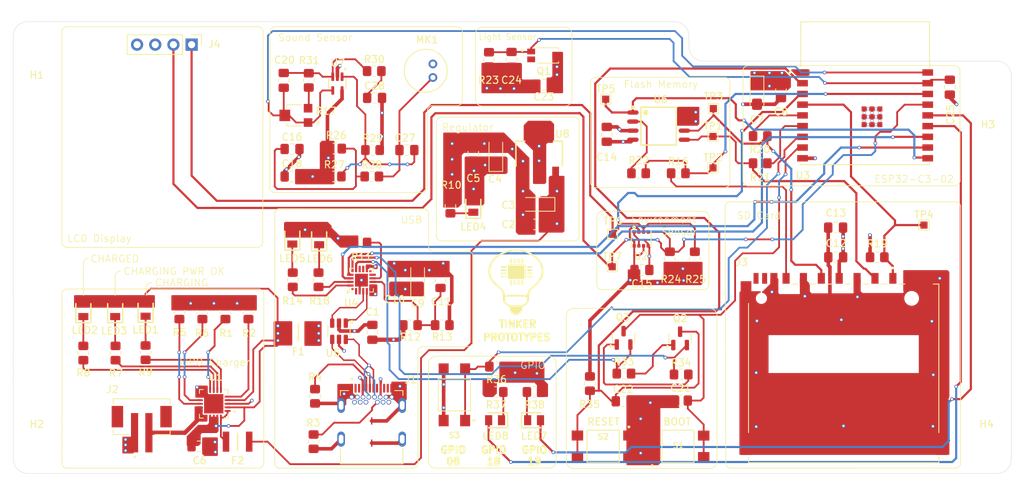
<source format=kicad_pcb>
(kicad_pcb (version 20241229) (generator "pcbnew") (generator_version "9.0")
  (layers (0 "F.Cu" signal) (4 "In1.Cu" signal) (6 "In2.Cu" signal) (2 "B.Cu" signal) (13 "F.Paste" user) (15 "B.Paste" user) (5 "F.SilkS" user "F.Silkscreen") (7 "B.SilkS" user "B.Silkscreen") (1 "F.Mask" user) (3 "B.Mask" user) (25 "Edge.Cuts" user))
  (net 0 "")
  (net 1 "/VBUS")
  (net 2 "GND")
  (net 3 "/+5V")
  (net 4 "+3.3V")
  (net 5 "/+5V_USB")
  (net 6 "Net-(U4-VBUS)")
  (net 7 "Net-(C16-Pad1)")
  (net 8 "Net-(U7-IN-)")
  (net 9 "/ESP32-C3-02/MIC_OUT")
  (net 10 "/ESP32-C3-02/BOOT")
  (net 11 "/ESP32-C3-02/EN")
  (net 12 "Net-(U7-IN+)")
  (net 13 "Net-(C27-Pad2)")
  (net 14 "Net-(C28-Pad1)")
  (net 19 "/USB_DP")
  (net 20 "/USB_DN")
  (net 23 "Net-(J1-CC1)")
  (net 25 "Net-(J1-CC2)")
  (net 29 "/VBAT")
  (net 30 "/ESP32-C3-02/MOSI_DI")
  (net 31 "/ESP32-C3-02/CS_SD")
  (net 32 "Net-(J3-DAT0)")
  (net 35 "/ESP32-C3-02/SCLK")
  (net 36 "/ESP32-C3-02/SDA")
  (net 37 "/ESP32-C3-02/SCL")
  (net 38 "/ESP32-C3-02/GPIO08")
  (net 39 "/ESP32-C3-02/GPIO18")
  (net 40 "/ESP32-C3-02/GPIO19")
  (net 41 "Net-(LED1-K)")
  (net 42 "Net-(LED2-K)")
  (net 43 "Net-(LED3-K)")
  (net 44 "/PWD_LED")
  (net 45 "Net-(LED5-K)")
  (net 46 "Net-(LED6-K)")
  (net 47 "/ESP32-C3-02/PHOTO_C")
  (net 48 "Net-(Q2-B)")
  (net 49 "/ESP32-C3-02/RTS")
  (net 50 "/ESP32-C3-02/DTR")
  (net 51 "Net-(Q3-B)")
  (net 52 "Net-(U1-~{TE})")
  (net 53 "Net-(U1-THERM)")
  (net 54 "Net-(U1-PROG1)")
  (net 55 "Net-(U1-PROG3)")
  (net 56 "/CHARGING_POWER_GOOD")
  (net 57 "/CHARGED")
  (net 58 "/CHARGING")
  (net 59 "Net-(U4-~{RST})")
  (net 60 "Net-(U4-~{TXT}{slash}GPIO.2)")
  (net 61 "/ESP32-C3-02/MISO_DO")
  (net 62 "Net-(U4-~{RXT}{slash}GPIO.3)")
  (net 63 "Net-(U3-IO6)")
  (net 64 "Net-(U3-IO7)")
  (net 65 "Net-(U6-DO(IO1))")
  (net 66 "/ESP32-C3-02/CS")
  (net 67 "/ESP32-C3-02/RX_TX")
  (net 68 "/ESP32-C3-02/TX_RX")
  (net 71 "/ESP32-C3-02/USB_D+")
  (net 76 "/ESP32-C3-02/USB_D-")
  (net 77 "Net-(F2-Pad1)")
  (net 78 "Net-(R17-Pad3)")
  (net 79 "Net-(LED7-K)")
  (net 80 "Net-(LED8-K)")
  (footprint "Package_DFN_QFN:SiliconLabs_QFN-20-1EP_3x3mm_P0.5mm_EP1.8x1.8mm" (layer "F.Cu") (at 70.1725 63.7 90)
    (property "Reference" "U4")
    (property "Value" "CP2102N-Axx-xQFN20")
  )
  (footprint "ESP32 Project Libraries:TRIM_35WR100KLFTR" (layer "F.Cu") (at 61.11 40.65 180)
    (property "Reference" "R17")
    (property "Value" "35WR100KLFTR")
  )
  (footprint "Capacitor_SMD:C_0805_2012Metric_Pad1.18x1.45mm_HandSolder" (layer "F.Cu") (at 81.2225 63.75 90)
    (property "Reference" "C11")
    (property "Value" "1u")
  )
  (footprint "Resistor_SMD:R_0805_2012Metric_Pad1.20x1.40mm_HandSolder" (layer "F.Cu") (at 114.86 76.9)
    (property "Reference" "R34")
    (property "Value" "10k")
  )
  (footprint "ESP32 Project Libraries:MODULE_ESP32-C3-WROOM-02-H4" (layer "F.Cu") (at 140.5725 37.55)
    (property "Reference" "U3")
    (property "Value" "ESP32-C3-WROOM-02-H4")
  )
  (footprint "ESP32 Project Libraries:SW_TL3305AF260QG" (layer "F.Cu") (at 103.96 86.9375 -90)
    (property "Reference" "S2")
    (property "Value" "Reset")
  )
  (footprint "Resistor_SMD:R_0805_2012Metric_Pad1.20x1.40mm_HandSolder" (layer "F.Cu") (at 113.275 60.73 90)
    (property "Reference" "R24")
    (property "Value" "4k7")
  )
  (footprint "Resistor_SMD:R_0805_2012Metric_Pad1.20x1.40mm_HandSolder" (layer "F.Cu") (at 108.91 48.75 180)
    (property "Reference" "R22")
    (property "Value" "50")
  )
  (footprint "Resistor_SMD:R_0805_2012Metric_Pad1.20x1.40mm_HandSolder" (layer "F.Cu") (at 116.775 60.73 90)
    (property "Reference" "R25")
    (property "Value" "4k7")
  )
  (footprint "Resistor_SMD:R_0805_2012Metric_Pad1.20x1.40mm_HandSolder" (layer "F.Cu") (at 71.7225 45.5)
    (property "Reference" "R29")
    (property "Value" "1M")
  )
  (footprint "Logo:TP_Logo_New_10mm_Positive" (layer "F.Cu") (at 91.75 64)
    (property "Reference" "G***" (hide yes))
    (property "Value" "LOGO" (hide yes))
  )
  (footprint "ESP32 Project Libraries:SOT65P210X110-5N" (layer "F.Cu") (at 66.81 36.2 -90)
    (property "Reference" "U7")
    (property "Value" "MAX4466EXK")
  )
  (footprint "Package_TO_SOT_SMD:SOT-23" (layer "F.Cu") (at 114.71 71.85 90)
    (property "Reference" "Q2")
    (property "Value" "BC817")
  )
  (footprint "Resistor_SMD:R_0805_2012Metric_Pad1.20x1.40mm_HandSolder" (layer "F.Cu") (at 35.8 73.9 -90)
    (property "Reference" "R7")
    (property "Value" "470")
  )
  (footprint "Resistor_SMD:R_0805_2012Metric_Pad1.20x1.40mm_HandSolder" (layer "F.Cu") (at 60.5725 63.65 -90)
    (property "Reference" "R14")
    (property "Value" "470")
  )
  (footprint "Package_TO_SOT_SMD:SOT-23-6" (layer "F.Cu") (at 67.035 70.85 -90)
    (property "Reference" "U5")
    (property "Value" "USBLC6-2SC6")
  )
  (footprint "Capacitor_SMD:C_0805_2012Metric_Pad1.18x1.45mm_HandSolder" (layer "F.Cu") (at 91.15 32.8125 -90)
    (property "Reference" "C24")
    (property "Value" "10n")
  )
  (footprint "ESP32 Project Libraries:SW_TL3305AF260QG" (layer "F.Cu") (at 83.1625 79.75 180)
    (property "Reference" "S3")
    (property "Value" "SW1")
  )
  (footprint "Connector_PinHeader_2.54mm:PinHeader_1x04_P2.54mm_Vertical" (layer "F.Cu") (at 46.432438 30.75 -90)
    (property "Reference" "J4")
    (property "Value" "Conn_01x04_Pin")
  )
  (footprint "Resistor_SMD:R_0805_2012Metric_Pad1.20x1.40mm_HandSolder" (layer "F.Cu") (at 47.943334 68.15 -90)
    (property "Reference" "R6")
    (property "Value" "20k")
  )
  (footprint "ESP32 Project Libraries:QFN50P400X400X100-21N" (layer "F.Cu") (at 49.525 81 180)
    (property "Reference" "U1")
    (property "Value" "MCP73871-2CAI_ML")
  )
  (footprint "Resistor_SMD:R_0805_2012Metric_Pad1.20x1.40mm_HandSolder" (layer "F.Cu") (at 114.46 48.75)
    (property "Reference" "R16")
    (property "Value" "50")
  )
  (footprint "Capacitor_SMD:C_0805_2012Metric_Pad1.18x1.45mm_HandSolder" (layer "F.Cu") (at 109.375 62.28)
    (property "Reference" "C15")
    (property "Value" "0.1u")
  )
  (footprint "TestPoint:TestPoint_Pad_1.0x1.0mm" (layer "F.Cu") (at 105.275 57.28)
    (property "Reference" "TP6")
    (property "Value" "Test SDA")
  )
  (footprint "Capacitor_SMD:C_0805_2012Metric_Pad1.18x1.45mm_HandSolder" (layer "F.Cu") (at 95.65 36.3625 180)
    (property "Reference" "C23")
    (property "Value" "0.1u")
  )
  (footprint "Resistor_SMD:R_0805_2012Metric_Pad1.20x1.40mm_HandSolder" (layer "F.Cu") (at 82.61 53.35 90)
    (property "Reference" "R10")
    (property "Value" "470")
  )
  (footprint "Resistor_SMD:R_0805_2012Metric_Pad1.20x1.40mm_HandSolder" (layer "F.Cu") (at 125.91 43.55)
    (property "Reference" "R20")
    (property "Value" "50")
  )
  (footprint "TestPoint:TestPoint_Pad_1.0x1.0mm" (layer "F.Cu") (at 119.31 48)
    (property "Reference" "TP2")
    (property "Value" "Test MISO")
  )
  (footprint "MountingHole:MountingHole_2.5mm" (layer "F.Cu") (at 24.8 87.35)
    (property "Reference" "H2")
    (property "Value" "MountingHole")
  )
  (footprint "ESP32 Project Libraries:JST_B2B-PH-SM4-TB" (layer "F.Cu") (at 39.46 82.8)
    (property "Reference" "J2")
    (property "Value" "B2B-PH-SM4-TB")
  )
  (footprint "Resistor_SMD:R_0805_2012Metric_Pad1.20x1.40mm_HandSolder" (layer "F.Cu") (at 66.4225 45.3)
    (property "Reference" "R26")
    (property "Value" "2k")
  )
  (footprint "Capacitor_SMD:C_0805_2012Metric_Pad1.18x1.45mm_HandSolder" (layer "F.Cu") (at 114.75 80.55 180)
    (property "Reference" "C21")
    (property "Value" "0.1u")
  )
  (footprint "Resistor_SMD:R_0805_2012Metric_Pad1.20x1.40mm_HandSolder" (layer "F.Cu") (at 89.05 75.8 180)
    (property "Reference" "R36")
    (property "Value" "10k")
  )
  (footprint "ESP32 Project Libraries:TRANS_TEMT6000X01" (layer "F.Cu") (at 95.65 32.2625)
    (property "Reference" "Q1")
    (property "Value" "TEMT6000X01")
  )
  (footprint "Resistor_SMD:R_0805_2012Metric_Pad1.20x1.40mm_HandSolder" (layer "F.Cu") (at 88 32.8125 -90)
    (property "Reference" "R23")
    (property "Value" "10k")
  )
  (footprint "ESP32 Project Libraries:AMPHENOL_GSD090012SEU" (layer "F.Cu") (at 137.575 76.75)
    (property "Reference" "J3")
    (property "Value" "GSD090012SEU")
  )
  (footprint "ESP32 Project Libraries:LEDC2012X120N" (layer "F.Cu") (at 60.51 57.75 90)
    (property "Reference" "LED5")
    (property "Value" "LTST-C170GKT" (hide yes))
  )
  (footprint "Capacitor_SMD:C_0805_2012Metric_Pad1.18x1.45mm_HandSolder" (layer "F.Cu") (at 76.5225 45.5 180)
    (property "Reference" "C27")
    (property "Value" "0.01u")
  )
  (footprint "Capacitor_Tantalum_SMD:CP_EIA-3216-10_Kemet-I_HandSolder" (layer "F.Cu") (at 94.71 53.1 180)
    (property "Reference" "C3")
    (property "Value" "10u")
  )
  (footprint "Resistor_SMD:R_0805_2012Metric_Pad1.20x1.40mm_HandSolder" (layer "F.Cu") (at 54.376667 68.15 90)
    (property "Reference" "R2")
    (property "Value" "10k")
  )
  (footprint "TestPoint:TestPoint_Pad_1.0x1.0mm" (layer "F.Cu") (at 105.225 61.83)
    (property "Reference" "TP7")
    (property "Value" "Test SCL")
  )
  (footprint "Capacitor_SMD:C_0805_2012Metric_Pad1.18x1.45mm_HandSolder" (layer "F.Cu") (at 74.7725 63.6 -90)
    (property "Reference" "C10")
    (property "Value" "0.1u")
  )
  (footprint "TestPoint:TestPoint_Pad_1.0x1.0mm" (layer "F.Cu") (at 148.8 56)
    (property "Reference" "TP4")
    (property "Value" "Test CS_SD")
  )
  (footprint "Capacitor_SMD:C_0805_2012Metric_Pad1.18x1.45mm_HandSolder" (layer "F.Cu") (at 136.45 56.35)
    (property "Reference" "C13")
    (property "Value" "0.1u")
  )
  (footprint "MountingHole:MountingHole_2.5mm" (layer "F.Cu") (at 157.55 87.35)
    (property "Reference" "H4")
    (property "Value" "MountingHole")
  )
  (footprint "ESP32 Project Libraries:FUSC3226X100N" (layer "F.Cu") (at 61.3725 71 180)
    (property "Reference" "F1")
    (property "Value" "0ZCH0110AF2E" (hide yes))
  )
  (footprint "Resistor_SMD:R_0805_2012Metric_Pad1.20x1.40mm_HandSolder" (layer "F.Cu") (at 89 79.35 180)
    (property "Reference" "R37")
    (property "Value" "470")
  )
  (footprint "ESP32 Project Libraries:LEDC2012X120N" (layer "F.Cu") (at 31.3 67.9 90)
    (property "Reference" "LED2")
    (property "Value" "LTST-C170GKT" (hide yes))
  )
  (footprint "ESP32 Project Libraries:LEDC2012X120N" (layer "F.Cu") (at 88.85 83.3 180)
    (property "Reference" "LED8")
    (property "Value" "LTST-C170GKT" (hide yes))
  )
  (footprint "Resistor_SMD:R_0805_2012Metric_Pad1.20x1.40mm_HandSolder" (layer "F.Cu") (at 71.96 34.45)
    (property "Reference" "R30")
    (property "Value" "1k")
  )
  (footprint "TestPoint:TestPoint_Pad_1.0x1.0mm" (layer "F.Cu") (at 119.36 39.7)
    (property "Reference" "TP3")
    (property "Value" "Test SCLK")
  )
  (footprint "ESP32 Project Libraries:LEDC2012X120N" (layer "F.Cu") (at 40 67.85 90)
    (property "Reference" "LED1")
    (property "Value" "LTST-C170KRKT" (hide yes))
  )
  (footprint "Capacitor_SMD:C_0805_2012Metric_Pad1.18x1.45mm_HandSolder" (layer "F.Cu") (at 47.46 86.95)
    (property "Reference" "C6")
    (property "Value" "1u")
  )
  (footprint "Resistor_SMD:R_0805_2012Metric_Pad1.20x1.40mm_HandSolder" (layer "F.Cu") (at 94.3 79.35)
    (property "Reference" "R38")
    (property "Value" "470")
  )
  (footprint "Resistor_SMD:R_0805_2012Metric_Pad1.20x1.40mm_HandSolder" (layer "F.Cu") (at 102.11 78.175 -90)
    (property "Reference" "R35")
    (property "Value" "10k")
  )
  (footprint "Package_TO_SOT_SMD:SOT-23" (layer "F.Cu") (at 106.81 71.775 90)
    (property "Reference" "Q3")
    (property "Value" "BC817")
  )
  (footprint "Capacitor_SMD:C_0805_2012Metric_Pad1.18x1.45mm_HandSolder" (layer "F.Cu") (at 60.4725 49.2 180)
    (property "Reference" "C18")
    (property "Value" "0.1u")
  )
  (footprint "Resistor_SMD:R_0805_2012Metric_Pad1.20x1.40mm_HandSolder" (layer "F.Cu") (at 44.726667 68.15 -90)
    (property "Reference" "R5")
    (property "Value" "2k")
  )
  (footprint "Capacitor_SMD:C_0805_2012Metric_Pad1.18x1.45mm_HandSolder" (layer "F.Cu") (at 136.4625 60.5 180)
    (property "Reference" "C12")
    (property "Value" "10u")
  )
  (footprint "Capacitor_SMD:C_0805_2012Metric_Pad1.18x1.45mm_HandSolder" (layer "F.Cu") (at 59.31 35.75 90)
    (property "Reference" "C20")
    (property "Value" "0.1u")
  )
  (footprint "Resistor_SMD:R_0805_2012Metric_Pad1.20x1.40mm_HandSolder" (layer "F.Cu") (at 62.81 35.75 -90)
    (property "Reference" "R31")
    (property "Value" "22k")
  )
  (footprint "Capacitor_SMD:C_0805_2012Metric_Pad1.18x1.45mm_HandSolder" (layer "F.Cu") (at 60.4725 45.35)
    (property "Reference" "C16")
    (property "Value" "0.1u")
  )
  (footprint "Capacitor_Tantalum_SMD:CP_EIA-3216-10_Kemet-I_HandSolder" (layer "F.Cu") (at 78.0225 63.55 90)
    (property "Reference" "C9")
    (property "Value" "4.7u")
  )
  (footprint "Capacitor_SMD:C_0805_2012Metric_Pad1.18x1.45mm_HandSolder" (layer "F.Cu") (at 128.81 37.2 90)
    (property "Reference" "C8")
    (property "Value" "0.1u")
  )
  (footprint "Capacitor_SMD:C_0805_2012Metric_Pad1.18x1.45mm_HandSolder" (layer "F.Cu") (at 106.76 80.65)
    (property "Reference" "C22")
    (property "Value" "0.1u")
  )
  (footprint "Capacitor_Tantalum_SMD:CP_EIA-3216-10_Kemet-I_HandSolder" (layer "F.Cu") (at 125.46 37.65 -90)
    (property "Reference" "C7")
    (property "Value" "10u")
  )
  (footprint "Resistor_SMD:R_0805_2012Metric_Pad1.20x1.40mm_HandSolder" (layer "F.Cu") (at 125.91 47.35)
    (property "Reference" "R21")
    (property "Value" "50")
  )
  (footprint "Resistor_SMD:R_0805_2012Metric_Pad1.20x1.40mm_HandSolder" (layer "F.Cu") (at 63.685 79.95 90)
    (property "Reference" "R4")
    (property "Value" "5k1")
  )
  (footprint "Capacitor_SMD:C_0805_2012Metric_Pad1.18x1.45mm_HandSolder" (layer "F.Cu") (at 104.46 43.3 90)
    (property "Reference" "C14")
    (property "Value" "0.1u")
  )
  (footprint "MountingHole:MountingHole_2.5mm" (layer "F.Cu") (at 24.8 30.85)
    (property "Reference" "H1")
    (property "Value" "MountingHole")
  )
  (footprint "Resistor_SMD:R_0805_2012Metric_Pad1.20x1.40mm_HandSolder" (layer "F.Cu") (at 40 73.85 -90)
    (property "Reference" "R9")
    (property "Value" "470")
  )
  (footprint "TestPoint:TestPoint_Pad_1.0x1.0mm" (layer "F.Cu") (at 119.31 43.6)
    (property "Reference" "TP1")
    (property "Value" "Test MOSI")
  )
  (footprint "Resistor_SMD:R_0805_2012Metric_Pad1.20x1.40mm_HandSolder" (layer "F.Cu") (at 106.86 76.775)
    (property "Reference" "R33")
    (property "Value" "10k")
  )
  (footprint "ESP32 Project Libraries:FUSC3226X100N" (layer "F.Cu") (at 52.86 86.3)
    (property "Reference" "F2")
    (property "Value" "0ZCH0110AF2E" (hide yes))
  )
  (footprint "ESP32 Project Libraries:LEDC2012X120N" (layer "F.Cu") (at 35.75 67.9 90)
    (property "Reference" "LED3")
    (property "Value" "LTST-C170TBKT" (hide yes))
  )
  (footprint "ESP32 Project Libraries:PSON65P250X250X100-8N" (layer "F.Cu") (at 109.275 57.93 90)
    (property "Reference" "U2")
    (property "Value" "BME280")
  )
  (footprint "ESP32 Project Libraries:CUI_CMC-5042PF-AC" (layer "F.Cu") (at 79.16 34.4)
    (property "Reference" "MK1")
    (property "Value" "CMC-5042PF-AC")
  )
  (footprint "Resistor_SMD:R_0805_2012Metric_Pad1.20x1.40mm_HandSolder" (layer "F.Cu") (at 81.4725 70 180)
    (property "Reference" "R13")
    (property "Value" "47k5")
  )
  (footprint "Capacitor_SMD:C_0805_2012Metric_Pad1.18x1.45mm_HandSolder" (layer "F.Cu") (at 72.01 38.2)
    (property "Reference" "C28")
    (property "Value" "10u")
  )
  (footprint "Capacitor_SMD:C_0805_2012Metric_Pad1.18x1.45mm_HandSolder" (layer "F.Cu") (at 71.7 71 90)
    (property "Reference" "C1")
    (property "Value" "0.1u")
  )
  (footprint "Resistor_SMD:R_0805_2012Metric_Pad1.20x1.40mm_HandSolder" (layer "F.Cu") (at 63.485 86.3 90)
    (property "Reference" "R3")
    (property "Value" "5k1")
  )
  (footprint "Resistor_SMD:R_0805_2012Metric_Pad1.20x1.40mm_HandSolder" (layer "F.Cu") (at 66.3725 49.2)
    (property "Reference" "R27")
    (property "Value" "1M")
  )
  (footprint "MountingHole:MountingHole_2.5mm" (layer "F.Cu") (at 157.6 37.65)
    (property "Reference" "H3")
    (property "Value" "MountingHole")
  )
  (footprint "Resistor_SMD:R_0805_2012Metric_Pad1.20x1.40mm_HandSolder" (layer "F.Cu") (at 77.0225 70 180)
    (property "Reference" "R12")
    (property "Value" "22k1")
  )
  (footprint "ESP32 Project Libraries:SOIC127P790X216-8N" (layer "F.Cu") (at 111.71 42.15)
    (property "Reference" "U6")
    (property "Value" "W25Q32JVSSIQ")
  )
  (footprint "ESP32 Project Libraries:SW_TL3305AF260QG" (layer "F.Cu") (at 114.41 86.95 90)
    (property "Reference" "S1")
    (property "Value" "Boot")
  )
  (footprint "Resistor_SMD:R_0805_2012Metric_Pad1.20x1.40mm_HandSolder" (layer "F.Cu") (at 64.1725 63.65 -90)
    (property "Reference" "R18")
    (property "Value" "470")
  )
  (footprint "Capacitor_SMD:C_0805_2012Metric_Pad1.18x1.45mm_HandSolder" (layer "F.Cu") (at 94.51 55.9 180)
    (property "Reference" "C2")
    (property "Value" "0.1u")
  )
  (footprint "ESP32 Project Libraries:LEDC2012X120N" (layer "F.Cu") (at 85.81 53.3 90)
    (property "Reference" "LED4")
    (property "Value" "LTST-C170KRKT" (hide yes))
  )
  (footprint "ESP32 Project Libraries:LEDC2012X120N" (layer "F.Cu") (at 94.3 83.3)
    (property "Reference" "LED7")
    (property "Value" "LTST-C170KRKT" (hide yes))
  )
  (footprint "Capacitor_SMD:C_0805_2012Metric_Pad1.18x1.45mm_HandSolder" (layer "F.Cu") (at 85.81 45.95 90)
    (property "Reference" "C5")
    (property "Value" "0.1u")
  )
  (footprint "ESP32 Project Libraries:LEDC2012X120N" (layer "F.Cu") (at 64.26 57.85 90)
    (property "Reference" "LED6")
    (property "Value" "LTST-C170KRKT" (hide yes))
  )
  (footprint "Resistor_SMD:R_0805_2012Metric_Pad1.20x1.40mm_HandSolder" (layer "F.Cu") (at 71.6225 49.2)
    (property "Reference" "R28")
    (property "Value" "2k")
  )
  (footprint "ESP32 Project Libraries:VREG_LM1117MPX-3.3" (layer "F.Cu") (at 95.01 46 90)
    (property "Reference" "U8")
    (property "Value" "LM1117MPX-3.3")
  )
  (footprint "TestPoint:TestPoint_Pad_1.0x1.0mm" (layer "F.Cu") (at 104.31 38.385)
    (property "Reference" "TP5")
    (property "Value" "Test CS")
  )
  (footprint "Capacitor_Tantalum_SMD:CP_EIA-3216-10_Kemet-I_HandSolder" (layer "F.Cu") (at 88.96 46 90)
    (property "Reference" "C4")
    (property "Value" "10u")
  )
  (footprint "Resistor_SMD:R_0805_2012Metric_Pad1.20x1.40mm_HandSolder" (layer "F.Cu") (at 69.96 58.45)
    (property "Reference" "R11")
    (property "Value" "1k")
  )
  (footprint "Resistor_SMD:R_0805_2012Metric_Pad1.20x1.40mm_HandSolder" (layer "F.Cu") (at 142.2625 60.5)
    (property "Reference" "R19")
    (property "Value" "10k")
  )
  (footprint "Resistor_SMD:R_0805_2012Metric_Pad1.20x1.40mm_HandSolder" (layer "F.Cu") (at 51.16 68.15 -90)
    (property "Reference" "R1")
    (property "Value" "10k")
  )
  (footprint "ESP32 Project Libraries:BELFUSE_SS-52400-002" (layer "F.Cu") (at 71.6 85.95)
    (property "Reference" "J1")
    (property "Value" "SS-52400-002")
  )
  (footprint "Capacitor_SMD:C_0805_2012Metric_Pad1.18x1.45mm_HandSolder" (layer "F.Cu") (at 152.41 36.7 -90)
    (property "Reference" "C25")
    (property "Value" "10n")
  )
  (footprint "Resistor_SMD:R_0805_2012Metric_Pad1.20x1.40mm_HandSolder" (layer "F.Cu") (at 31.3 73.9 -90)
    (property "Reference" "R8")
    (property "Value" "470")
  )
  (gr_arc (start 28.301422 28.953553) (mid 28.51 28.45) (end 29.013553 28.241422) (stroke (width 0.1)) (layer "F.SilkS"))
  (gr_line (start 153.11 33.682844) (end 124.217106 33.682844) (stroke (width 0.1)) (layer "F.SilkS"))
  (gr_arc (start 85.106447 59.712131) (mid 85.61 59.920709) (end 85.818578 60.424262) (stroke (width 0.1)) (layer "F.SilkS"))
  (gr_line (start 123.504975 34.394975) (end 123.506016 49.790381) (stroke (width 0.1)) (layer "F.SilkS"))
  (gr_arc (start 153.11 33.682844) (mid 153.613553 33.891422) (end 153.822131 34.394975) (stroke (width 0.1)) (layer "F.SilkS"))
  (gr_line (start 102.913553 35.341422) (end 120.956447 35.341422) (stroke (width 0.1)) (layer "F.SilkS"))
  (gr_arc (start 57.401422 28.95) (mid 57.61 28.446447) (end 58.113553 28.237869) (stroke (width 0.1)) (layer "F.SilkS"))
  (gr_line (start 58.04787 89.299998) (end 58.04787 54.400001) (stroke (width 0.1)) (layer "F.SilkS"))
  (gr_line (start 121.668578 36.053553) (end 121.667537 50.049) (stroke (width 0.1)) (layer "F.SilkS"))
  (gr_line (start 86.1 38.3625) (end 86.1 29.3125) (stroke (width 0.1)) (layer "F.SilkS"))
  (gr_arc (start 153.918578 89.291422) (mid 153.711041 89.792463) (end 153.21 90) (stroke (width 0.1)) (layer "F.SilkS"))
  (gr_line (start 29.013553 28.241422) (end 55.71 28.237869) (stroke (width 0.1)) (layer "F.SilkS"))
  (gr_line (start 55.6564 59.108578) (end 29.0136 59.108578) (stroke (width 0.1)) (layer "F.SilkS"))
  (gr_line (start 85.818578 60.435684) (end 85.818578 72.287869) (stroke (width 0.1)) (layer "F.SilkS"))
  (gr_line (start 124.214553 50.498959) (end 153.11 50.5) (stroke (width 0.1)) (layer "F.SilkS"))
  (gr_line (start 119.86 68.65) (end 119.86 89.05) (stroke (width 0.1)) (layer "F.SilkS"))
  (gr_arc (start 55.809998 64.941424) (mid 56.311039 65.148961) (end 56.518576 65.650002) (stroke (width 0.1)) (layer "F.SilkS"))
  (gr_line (start 79.55 89) (end 79.55 75.35) (stroke (width 0.1)) (layer "F.SilkS"))
  (gr_line (start 99.81 67.65) (end 118.86 67.65) (stroke (width 0.1)) (layer "F.SilkS"))
  (gr_line (start 118.725 64.33) (end 118.732537 54.781041) (stroke (width 0.1)) (layer "F.SilkS"))
  (gr_arc (start 153.206447 52.741422) (mid 153.71 52.95) (end 153.918578 53.453553) (stroke (width 0.1)) (layer "F.SilkS"))
  (gr_line (start 80.64787 57.499999) (end 80.66 41.600145) (stroke (width 0.1)) (layer "F.SilkS"))
  (gr_line (start 121.711041 52.742463) (end 153.206447 52.741422) (stroke (width 0.1)) (layer "F.SilkS"))
  (gr_arc (start 118.725 64.33) (mid 118.517463 64.831041) (end 118.016422 65.038578) (stroke (width 0.1)) (layer "F.SilkS"))
  (gr_line (start 80.2843 59.712131) (end 85.11 59.712131) (stroke (width 0.1)) (layer "F.SilkS"))
  (gr_arc (start 102.911041 50.757537) (mid 102.41 50.55) (end 102.202463 50.048959) (stroke (width 0.1)) (layer "F.SilkS"))
  (gr_line (start 56.518575 65.650002) (end 56.517537 89.299) (stroke (width 0.1)) (layer "F.SilkS"))
  (gr_arc (start 40.102463 64.751041) (mid 40.31 64.25) (end 40.811041 64.042463) (stroke (width 0.1)) (layer "F.SilkS"))
  (gr_arc (start 98.6 28.3125) (mid 99.307107 28.605393) (end 99.6 29.3125) (stroke (width 0.1)) (layer "F.SilkS"))
  (gr_arc (start 103.775002 65.038576) (mid 103.273961 64.831039) (end 103.066424 64.329998) (stroke (width 0.1)) (layer "F.SilkS"))
  (gr_line (start 40.102463 64.92552) (end 40.102463 65.85) (stroke (width 0.1)) (layer "F.SilkS"))
  (gr_arc (start 118.023959 54.072463) (mid 118.525 54.28) (end 118.732537 54.781041) (stroke (width 0.1)) (layer "F.SilkS"))
  (gr_line (start 153.918577 53.453553) (end 153.918578 89.291422) (stroke (width 0.1)) (layer "F.SilkS"))
  (gr_line (start 56.422131 28.95) (end 56.368578 58.396447) (stroke (width 0.1)) (layer "F.SilkS"))
  (gr_arc (start 29.011041 90.007537) (mid 28.51 89.8) (end 28.302463 89.298959) (stroke (width 0.1)) (layer "F.SilkS"))
  (gr_line (start 57.363898 50.734475) (end 57.401422 28.95) (stroke (width 0.1)) (layer "F.SilkS"))
  (gr_arc (start 118.86 67.65) (mid 119.567107 67.942893) (end 119.86 68.65) (stroke (width 0.1)) (layer "F.SilkS"))
  (gr_line (start 58.076076 51.454445) (end 78.643923 51.445555) (stroke (width 0.1)) (layer "F.SilkS"))
  (gr_arc (start 96.4 74.35) (mid 97.107107 74.642893) (end 97.4 75.35) (stroke (width 0.1)) (layer "F.SilkS"))
  (gr_arc (start 29.013553 59.108578) (mid 28.51 58.9) (end 28.301422 58.396447) (stroke (width 0.1)) (layer "F.SilkS"))
  (gr_arc (start 100.573193 57.617512) (mid 100.371147 58.028333) (end 99.951843 58.212128) (stroke (width 0.1)) (layer "F.SilkS"))
  (gr_arc (start 78.067537 89.298959) (mid 77.86 89.8) (end 77.358959 90.007537) (stroke (width 0.1)) (layer "F.SilkS"))
  (gr_arc (start 153.822131 49.787869) (mid 153.613553 50.291422) (end 153.11 50.5) (stroke (width 0.1)) (layer "F.SilkS"))
  (gr_line (start 77.358959 90.007536) (end 58.760002 90.007536) (stroke (width 0.1)) (layer "F.SilkS"))
  (gr_line (start 103.067463 54.781041) (end 103.066425 64.329998) (stroke (width 0.1)) (layer "F.SilkS"))
  (gr_line (start 29.024183 64.941422) (end 55.81 64.941424) (stroke (width 0.1)) (layer "F.SilkS"))
  (gr_line (start 120.959 50.757537) (end 102.911 50.757537) (stroke (width 0.1)) (layer "F.SilkS"))
  (gr_arc (start 80.55 90) (mid 79.842893 89.707107) (end 79.55 89) (stroke (width 0.1)) (layer "F.SilkS"))
  (gr_arc (start 79.41 40) (mid 79.618571 39.496454) (end 80.12211 39.287869) (stroke (width 0.1)) (layer "F.SilkS"))
  (gr_arc (start 84.272131 38.575738) (mid 84.063553 39.079291) (end 83.56 39.287869) (stroke (width 0.1)) (layer "F.SilkS"))
  (gr_line (start 87.1 28.3125) (end 98.6 28.3125) (stroke (width 0.1)) (layer "F.SilkS"))
  (gr_arc (start 86.1 29.3125) (mid 86.392893 28.605393) (end 87.1 28.3125) (stroke (width 0.1)) (layer "F.SilkS"))
  (gr_line (start 58.760001 53.687871) (end 78.859999 53.73787) (stroke (width 0.1)) (layer "F.SilkS"))
  (gr_arc (start 102.201422 36.053553) (mid 102.41 35.55) (end 102.913553 35.341422) (stroke (width 0.1)) (layer "F.SilkS"))
  (gr_line (start 79.572129 59) (end 79.572129 54.450001) (stroke (width 0.1)) (layer "F.SilkS"))
  (gr_line (start 98.6 39.3625) (end 87.1 39.3625) (stroke (width 0.1)) (layer "F.SilkS"))
  (gr_line (start 97.4 75.35) (end 97.4 89) (stroke (width 0.1)) (layer "F.SilkS"))
  (gr_arc (start 81.359966 58.212129) (mid 80.856436 58.003539) (end 80.647871 57.499999) (stroke (width 0.1)) (layer "F.SilkS"))
  (gr_line (start 28.301422 58.396447) (end 28.301422 28.953553) (stroke (width 0.1)) (layer "F.SilkS"))
  (gr_line (start 80.55 74.35) (end 96.4 74.35) (stroke (width 0.1)) (layer "F.SilkS"))
  (gr_arc (start 58.076029 51.454445) (mid 57.572476 51.245867) (end 57.363898 50.742314) (stroke (width 0.1)) (layer "F.SilkS"))
  (gr_line (start 118.023959 54.072464) (end 103.776041 54.072463) (stroke (width 0.1)) (layer "F.SilkS"))
  (gr_arc (start 28.31 65.65) (mid 28.517537 65.148959) (end 29.018578 64.941422) (stroke (width 0.1)) (layer "F.SilkS"))
  (gr_line (start 96.4 90) (end 80.55 90) (stroke (width 0.1)) (layer "F.SilkS"))
  (gr_line (start 103.775 65.038576) (end 118.016422 65.038578) (stroke (width 0.1)) (layer "F.SilkS"))
  (gr_line (start 118.86 90.05) (end 99.81 90.05) (stroke (width 0.1)) (layer "F.SilkS"))
  (gr_arc (start 58.04787 54.400001) (mid 58.256448 53.896448) (end 58.760001 53.68787) (stroke (width 0.1)) (layer "F.SilkS"))
  (gr_arc (start 56.368578 58.396447) (mid 56.16 58.9) (end 55.656447 59.108578) (stroke (width 0.1)) (layer "F.SilkS"))
  (gr_line (start 83.56 39.287869) (end 80.12211 39.287869) (stroke (width 0.1)) (layer "F.SilkS"))
  (gr_line (start 121.002463 53.451) (end 121.102463 89.299) (stroke (width 0.1)) (layer "F.SilkS"))
  (gr_line (start 79.356054 50.7334) (end 79.41 40) (stroke (width 0.1)) (layer "F.SilkS"))
  (gr_line (start 153.21 89.999978) (end 121.811 90.007537) (stroke (width 0.1)) (layer "F.SilkS"))
  (gr_arc (start 98.81 68.65) (mid 99.102893 67.942893) (end 99.81 67.65) (stroke (width 0.1)) (layer "F.SilkS"))
  (gr_arc (start 99.913557 40.896441) (mid 100.408747 41.103754) (end 100.613568 41.59998) (stroke (width 0.1)) (layer "F.SilkS"))
  (gr_arc (start 121.667537 50.048959) (mid 121.46 50.55) (end 120.958959 50.757537) (stroke (width 0.1)) (layer "F.SilkS"))
  (gr_arc (start 99.6 38.3625) (mid 99.307107 39.069607) (end 98.6 39.3625) (stroke (width 0.1)) (layer "F.SilkS"))
  (gr_arc (start 119.86 89.05) (mid 119.567107 89.757107) (end 118.86 90.05) (stroke (width 0.1)) (layer "F.SilkS"))
  (gr_line (start 78.81 73) (end 85.103356 73) (stroke (width 0.1)) (layer "F.SilkS"))
  (gr_arc (start 85.818578 72.287869) (mid 85.611041 72.78891) (end 85.11 72.996447) (stroke (width 0.1)) (layer "F.SilkS"))
  (gr_line (start 99.951843 58.212129) (end 81.36 58.212129) (stroke (width 0.1)) (layer "F.SilkS"))
  (gr_arc (start 78.859999 53.737871) (mid 79.363551 53.946449) (end 79.572129 54.450001) (stroke (width 0.1)) (layer "F.SilkS"))
  (gr_arc (start 97.4 89) (mid 97.107107 89.707107) (end 96.4 90) (stroke (width 0.1)) (layer "F.SilkS"))
  (gr_arc (start 31.302463 61.351041) (mid 31.51 60.85) (end 32.011041 60.642463) (stroke (width 0.1)) (layer "F.SilkS"))
  (gr_line (start 99.6 29.3125) (end 99.6 38.3625) (stroke (width 0.1)) (layer "F.SilkS"))
  (gr_line (start 102.202463 50.049) (end 102.201422 36.053553) (stroke (width 0.1)) (layer "F.SilkS"))
  (gr_line (start 100.613568 41.59998) (end 100.573193 57.617512) (stroke (width 0.1)) (layer "F.SilkS"))
  (gr_arc (start 80.66 41.599987) (mid 80.867314 41.104798) (end 81.363539 40.899977) (stroke (width 0.1)) (layer "F.SilkS"))
  (gr_arc (start 87.1 39.3625) (mid 86.392893 39.069607) (end 86.1 38.3625) (stroke (width 0.1)) (layer "F.SilkS"))
  (gr_arc (start 83.556447 28.241422) (mid 84.06 28.45) (end 84.268578 28.953553) (stroke (width 0.1)) (layer "F.SilkS"))
  (gr_line (start 31.302463 65.85) (end 31.302463 61.351041) (stroke (width 0.1)) (layer "F.SilkS"))
  (gr_line (start 55.808959 90.007537) (end 29.010995 90.007537) (stroke (width 0.1)) (layer "F.SilkS"))
  (gr_arc (start 123.504975 34.394975) (mid 123.713553 33.891422) (end 124.217106 33.682844) (stroke (width 0.1)) (layer "F.SilkS"))
  (gr_line (start 78.067537 89.299) (end 78.067537 73.7086) (stroke (width 0.1)) (layer "F.SilkS"))
  (gr_arc (start 55.71 28.237869) (mid 56.213553 28.446447) (end 56.422131 28.95) (stroke (width 0.1)) (layer "F.SilkS"))
  (gr_arc (start 80.28426 59.712131) (mid 79.780707 59.503553) (end 79.572129 59) (stroke (width 0.1)) (layer "F.SilkS"))
  (gr_line (start 58.121781 28.237869) (end 83.556447 28.237869) (stroke (width 0.1)) (layer "F.SilkS"))
  (gr_arc (start 79.55 75.35) (mid 79.842893 74.642893) (end 80.55 74.35) (stroke (width 0.1)) (layer "F.SilkS"))
  (gr_arc (start 103.067463 54.781041) (mid 103.275 54.28) (end 103.776041 54.072463) (stroke (width 0.1)) (layer "F.SilkS"))
  (gr_line (start 81.374536 40.899977) (end 99.906645 40.896441) (stroke (width 0.1)) (layer "F.SilkS"))
  (gr_arc (start 121.002463 53.451041) (mid 121.21 52.95) (end 121.711041 52.742463) (stroke (width 0.1)) (layer "F.SilkS"))
  (gr_line (start 28.302463 89.299) (end 28.31 65.65) (stroke (width 0.1)) (layer "F.SilkS"))
  (gr_line (start 98.81 89.05) (end 98.81 68.65) (stroke (width 0.1)) (layer "F.SilkS"))
  (gr_arc (start 120.956447 35.341422) (mid 121.46 35.55) (end 121.668578 36.053553) (stroke (width 0.1)) (layer "F.SilkS"))
  (gr_arc (start 56.517537 89.298959) (mid 56.31 89.8) (end 55.808959 90.007537) (stroke (width 0.1)) (layer "F.SilkS"))
  (gr_line (start 40.102463 64.92552) (end 40.102463 64.774479) (stroke (width 0.1)) (layer "F.SilkS"))
  (gr_arc (start 35.752463 63.151041) (mid 35.96 62.65) (end 36.461041 62.442463) (stroke (width 0.1)) (layer "F.SilkS"))
  (gr_arc (start 124.214594 50.498959) (mid 123.713553 50.291422) (end 123.506016 49.790381) (stroke (width 0.1)) (layer "F.SilkS"))
  (gr_line (start 84.272131 28.953553) (end 84.272131 38.575738) (stroke (width 0.1)) (layer "F.SilkS"))
  (gr_arc (start 79.356054 50.733424) (mid 79.147476 51.236977) (end 78.643923 51.445555) (stroke (width 0.1)) (layer "F.SilkS"))
  (gr_line (start 35.752463 65.85) (end 35.752463 63.151041) (stroke (width 0.1)) (layer "F.SilkS"))
  (gr_arc (start 78.067537 73.708562) (mid 78.275074 73.207521) (end 78.776115 72.999984) (stroke (width 0.1)) (layer "F.SilkS"))
  (gr_line (start 153.822131 49.787869) (end 153.822131 34.395022) (stroke (width 0.1)) (layer "F.SilkS"))
  (gr_arc (start 99.81 90.05) (mid 99.102893 89.757107) (end 98.81 89.05) (stroke (width 0.1)) (layer "F.SilkS"))
  (gr_arc (start 58.760002 90.008576) (mid 58.258961 89.801039) (end 58.051424 89.299998) (stroke (width 0.1)) (layer "F.SilkS"))
  (gr_arc (start 121.811041 90.007537) (mid 121.31 89.8) (end 121.102463 89.298959) (stroke (width 0.1)) (layer "F.SilkS"))
  (gr_arc (start 113.95 27.55) (mid 115.364214 28.135786) (end 115.95 29.55) (stroke (width 0.05)) (layer "Edge.Cuts"))
  (gr_line (start 159 33.05) (end 117.95 33.05) (stroke (width 0.05)) (layer "Edge.Cuts"))
  (gr_arc (start 23.524209 90.75) (mid 22.110275 90.164493) (end 21.524209 88.750791) (stroke (width 0.05)) (layer "Edge.Cuts"))
  (gr_arc (start 161 88.75) (mid 160.414214 90.164214) (end 159 90.75) (stroke (width 0.05)) (layer "Edge.Cuts"))
  (gr_line (start 113.95 27.55) (end 23.500791 27.55) (stroke (width 0.05)) (layer "Edge.Cuts"))
  (gr_arc (start 117.95 33.05) (mid 116.535786 32.464214) (end 115.95 31.05) (stroke (width 0.05)) (layer "Edge.Cuts"))
  (gr_line (start 21.500791 29.550791) (end 21.524209 88.750791) (stroke (width 0.05)) (layer "Edge.Cuts"))
  (gr_line (start 23.524209 90.75) (end 159 90.75) (stroke (width 0.05)) (layer "Edge.Cuts"))
  (gr_arc (start 159 33.05) (mid 160.414214 33.635786) (end 161 35.05) (stroke (width 0.05)) (layer "Edge.Cuts"))
  (gr_line (start 115.95 31.05) (end 115.95 29.55) (stroke (width 0.05)) (layer "Edge.Cuts"))
  (gr_line (start 161 88.75) (end 161 35.05) (stroke (width 0.05)) (layer "Edge.Cuts"))
  (gr_arc (start 21.500791 29.550791) (mid 22.086297 28.136063) (end 23.500791 27.55) (stroke (width 0.05)) (layer "Edge.Cuts"))
  (gr_text "Sound Sensor" (at 58.46 30.35 0) (layer "F.SilkS") (effects (font (size 1 1) (thickness 0.1)) (justify left bottom)))
  (gr_text "RESET        BOOT" (at 101.66 84.1 0) (layer "F.SilkS") (effects (font (size 1 1)) (justify left bottom)))
  (gr_text "CHARGED" (at 32.21 61.3 0) (layer "F.SilkS") (effects (font (size 1 1) (thickness 0.1)) (justify left bottom)))
  (gr_text "Sensor" (at 111.975 57.53 0) (layer "F.SilkS") (effects (font (size 1 1) (thickness 0.1)) (justify left bottom)))
  (gr_text "GPIO\n18" (at 88.675 89.65 0) (layer "F.SilkS") (effects (font (size 1 1) (thickness 0.25) (bold yes)) (justify bottom)))
  (gr_text "ESP32-C3-02" (at 141.81 50.15 0) (layer "F.SilkS") (effects (font (size 1 1) (thickness 0.1)) (justify left bottom)))
  (gr_text "TINKER" (at 89.25 70.45 0) (layer "F.SilkS") (effects (font (size 1 1) (thickness 0.25) (bold yes)) (justify left bottom)))
  (gr_text "GPIO\n19" (at 94.35 89.65 0) (layer "F.SilkS") (effects (font (size 1 1) (thickness 0.25) (bold yes)) (justify bottom)))
  (gr_text "CHARGING" (at 41.26 64.65 0) (layer "F.SilkS") (effects (font (size 1 1) (thickness 0.1)) (justify left bottom)))
  (gr_text "LCD Display" (at 29.009938 58.45 0) (layer "F.SilkS") (effects (font (size 1 1) (thickness 0.1)) (justify left bottom)))
  (gr_text "USB" (at 75.61 55.85 0) (layer "F.SilkS") (effects (font (size 1 1) (thickness 0.1)) (justify left bottom)))
  (gr_text "Flash Memory" (at 106.76 36.885 0) (layer "F.SilkS") (effects (font (size 1 1) (thickness 0.1)) (justify left bottom)))
  (gr_text "SD Card" (at 122.6 55.25 0) (layer "F.SilkS") (effects (font (size 1 1) (thickness 0.1)) (justify left bottom)))
  (gr_text "CHARGING PWR OK" (at 36.86 63.05 0) (layer "F.SilkS") (effects (font (size 1 1) (thickness 0.1)) (justify left bottom)))
  (gr_text "GPIO\n08" (at 83 89.65 0) (layer "F.SilkS") (effects (font (size 1 1) (thickness 0.25) (bold yes)) (justify bottom)))
  (gr_text "GPIO" (at 92.3 76.2 0) (layer "F.SilkS") (effects (font (size 1 1) (thickness 0.1)) (justify left bottom)))
  (gr_text "Regulator" (at 81.36 42.9 0) (layer "F.SilkS") (effects (font (size 1 1) (thickness 0.1)) (justify left bottom)))
  (gr_text "Environment" (at 107.775 55.78 0) (layer "F.SilkS") (effects (font (size 1 1) (thickness 0.1)) (justify left bottom)))
  (gr_text "Light Sensor" (at 86.5 30.1625 0) (layer "F.SilkS") (effects (font (size 0.85 0.85) (thickness 0.1)) (justify left bottom)))
  (gr_text "PROTOTYPES" (at 87.05 72.3 0) (layer "F.SilkS") (effects (font (size 1 1) (thickness 0.25) (bold yes)) (justify left bottom)))
  (gr_text "LiPO Charger" (at 44.65 75.776 0) (layer "F.SilkS") (effects (font (size 1 1) (thickness 0.1)) (justify left bottom)))
  (segment (start 67.035 72.885) (end 67.75 73.6) (width 0.3) (layer "F.Cu") (net 1))
  (segment (start 70.35 77.75) (end 69.95 77.35) (width 0.3) (layer "F.Cu") (net 1))
  (segment (start 71.7 72.0375) (end 74.65 72.0375) (width 0.6) (layer "F.Cu") (net 1))
  (segment (start 76.0225 71.4275) (end 76.0225 70) (width 0.6) (layer "F.Cu") (net 1))
  (segment (start 70.35 80.02) (end 70.4 80.07) (width 0.3) (layer "F.Cu") (net 1))
  (segment (start 72.85 78.82) (end 72.85 80.02) (width 0.3) (layer "F.Cu") (net 1))
  (segment (start 74.65 72.0375) (end 75.4125 72.0375) (width 0.6) (layer "F.Cu") (net 1))
  (segment (start 70.35 78.82) (end 70.35 77.75) (width 0.3) (layer "F.Cu") (net 1))
  (segment (start 67.035 71.9875) (end 67.035 72.885) (width 0.3) (layer "F.Cu") (net 1))
  (segment (start 70.35 78.82) (end 70.35 80.02) (width 0.3) (layer "F.Cu") (net 1))
  (segment (start 75.4125 72.0375) (end 76.0225 71.4275) (width 0.6) (layer "F.Cu") (net 1))
  (segment (start 72.85 80.02) (end 72.8 80.07) (width 0.3) (layer "F.Cu") (net 1))
  (via (at 64.2 71.15) (size 0.5) (drill 0.3) (layers "F.Cu" "B.Cu") (net 1))
  (via (at 72.85 77.55) (size 0.5) (drill 0.3) (layers "F.Cu" "B.Cu") (net 1))
  (via (at 67.75 73.6) (size 0.5) (drill 0.3) (layers "F.Cu" "B.Cu") (net 1))
  (via (at 64.2 72.15) (size 0.5) (drill 0.3) (layers "F.Cu" "B.Cu") (net 1))
  (via (at 69.95 77.35) (size 0.5) (drill 0.3) (layers "F.Cu" "B.Cu") (net 1))
  (via (at 74.65 72.0375) (size 0.5) (drill 0.3) (layers "F.Cu" "B.Cu") (net 1))
  (via (at 64.2 70.1) (size 0.5) (drill 0.3) (layers "F.Cu" "B.Cu") (net 1))
  (segment (start 63.485 87.3) (end 65.98 87.3) (width 0.5) (layer "F.Cu") (net 2))
  (segment (start 65.98 87.3) (end 67.33 85.95) (width 0.5) (layer "F.Cu") (net 2))
  (segment (start 125.46 39.09) (end 123.51 39.09) (width 0.5) (layer "F.Cu") (net 2))
  (segment (start 54.4 81) (end 54.85 80.55) (width 0.254) (layer "F.Cu") (net 2))
  (segment (start 131.8225 46.65) (end 133.6 46.65) (width 0.5) (layer "F.Cu") (net 2))
  (segment (start 107.8275 44.3375) (end 108.11 44.055) (width 0.5) (layer "F.Cu") (net 2))
  (segment (start 69.724 70.826) (end 70.5875 69.9625) (width 0.5) (layer "F.Cu") (net 2))
  (segment (start 63.685 80.95) (end 67.06 80.95) (width 0.5) (layer "F.Cu") (net 2))
  (segment (start 52.45 81) (end 54.1 81) (width 0.254) (layer "F.Cu") (net 2))
  (segment (start 135.4125 60.4875) (end 135.425 60.5) (width 0.5) (layer "F.Cu") (net 2))
  (segment (start 74.4 80.07) (end 74.72 80.07) (width 0.5) (layer "F.Cu") (net 2))
  (segment (start 69.2 70.826) (end 69.724 70.826) (width 0.5) (layer "F.Cu") (net 2))
  (segment (start 74.334 80.004) (end 74.4 80.07) (width 0.5) (layer "F.Cu") (net 2))
  (segment (start 110.25 58.64753) (end 109.65247 58.05) (width 0.254) (layer "F.Cu") (net 2))
  (segment (start 69.9225 65.25) (end 69.9225 63.95) (width 0.3) (layer "F.Cu") (net 2))
  (segment (start 153.35 39.1) (end 152.41 38.16) (width 0.5) (layer "F.Cu") (net 2))
  (segment (start 59.435 48.465) (end 59.7 48.2) (width 0.5) (layer "F.Cu") (net 2))
  (segment (start 125.46 39.09) (end 127.9575 39.09) (width 0.5) (layer "F.Cu") (net 2))
  (segment (start 61.51 46.39) (end 61.51 45.35) (width 0.5) (layer "F.Cu") (net 2))
  (segment (start 54.1 81) (end 54.4 81) (width 0.254) (layer "F.Cu") (net 2))
  (segment (start 135.65 67.65) (end 137.25 69.25) (width 0.5) (layer "F.Cu") (net 2))
  (segment (start 82.8 66.75) (end 82.8 63.2) (width 0.5) (layer "F.Cu") (net 2))
  (segment (start 70.5875 69.9625) (end 71.7 69.9625) (width 0.5) (layer "F.Cu") (net 2))
  (segment (start 73.666 80.004) (end 74.334 80.004) (width 0.5) (layer "F.Cu") (net 2))
  (segment (start 135.425 61.625) (end 135.65 61.85) (width 0.5) (layer "F.Cu") (net 2))
  (segment (start 59.7 48.2) (end 61.425 46.475) (width 0.5) (layer "F.Cu") (net 2))
  (segment (start 75.32 86.5) (end 75.87 85.95) (width 0.5) (layer "F.Cu") (net 2))
  (segment (start 67.06 80.95) (end 67.33 81.22) (width 0.5) (layer "F.Cu") (net 2))
  (segment (start 106.75 44.3375) (end 107.8275 44.3375) (width 0.5) (layer "F.Cu") (net 2))
  (segment (start 127.9575 39.09) (end 128.81 38.2375) (width 0.5) (layer "F.Cu") (net 2))
  (segment (start 74.72 80.07) (end 75.87 81.22) (width 0.5) (layer "F.Cu") (net 2))
  (segment (start 82.3125 62.7125) (end 81.2225 62.7125) (width 0.5) (layer "F.Cu") (net 2))
  (segment (start 110.4125 59.1125) (end 110.4125 60.35) (width 0.254) (layer "F.Cu") (net 2))
  (segment (start 68.866 80.004) (end 68.8 80.07) (width 0.5) (layer "F.Cu") (net 2))
  (segment (start 152.41 38.16) (end 152.41 37.7375) (width 0.5) (layer "F.Cu") (net 2))
  (segment (start 71.6 86.5) (end 75.32 86.5) (width 0.5) (layer "F.Cu") (net 2))
  (segment (start 69.9225 63.95) (end 70.1725 63.7) (width 0.3) (layer "F.Cu") (net 2))
  (segment (start 135.65 61.85) (end 135.65 67.65) (width 0.5) (layer "F.Cu") (net 2))
  (segment (start 73.0475 45.175) (end 72.7225 45.5) (width 0.5) (layer "F.Cu") (net 2))
  (segment (start 110.25 58.9) (end 110.25 58.64753) (width 0.254) (layer "F.Cu") (net 2))
  (segment (start 73.6 80.07) (end 73.666 80.004) (width 0.5) (layer "F.Cu") (net 2))
  (segment (start 108.3 56.96) (end 108.3 57.4) (width 0.254) (layer "F.Cu") (net 2))
  (segment (start 73.69 83.4) (end 75.87 81.22) (width 0.5) (layer "F.Cu") (net 2))
  (segment (start 82.4725 70) (end 82.4725 67.0775) (width 0.5) (layer "F.Cu") (net 2))
  (segment (start 104.46 44.3375) (end 106.75 44.3375) (width 0.5) (layer "F.Cu") (net 2))
  (segment (start 73.0475 38.2) (end 73.0475 40.3) (width 0.5) (layer "F.Cu") (net 2))
  (segment (start 71.6 83.4) (end 73.69 83.4) (width 0.5) (layer "F.Cu") (net 2))
  (segment (start 82.4725 67.0775) (end 82.8 66.75) (width 0.5) (layer "F.Cu") (net 2))
  (segment (start 51.46 81) (end 52.45 81) (width 0.254) (layer "F.Cu") (net 2))
  (segment (start 67.226 70.826) (end 69.2 70.826) (width 0.5) (layer "F.Cu") (net 2))
  (segment (start 69.534 80.004) (end 68.866 80.004) (width 0.5) (layer "F.Cu") (net 2))
  (segment (start 59.435 49.2) (end 59.435 48.465) (width 0.5) (layer "F.Cu") (net 2))
  (segment (start 110.4125 60.35) (end 110.4125 62.28) (width 0.254) (layer "F.Cu") (net 2))
  (segment (start 135.425 60.5) (end 135.425 61.625) (width 0.5) (layer "F.Cu") (net 2))
  (segment (start 110.25 58.95) (end 110.4125 59.1125) (width 0.254) (layer "F.Cu") (net 2))
  (segment (start 67.035 70.635) (end 67.226 70.826) (width 0.5) (layer "F.Cu") (net 2))
  (segment (start 109.65247 58.05) (end 108.95 58.05) (width 0.254) (layer "F.Cu") (net 2))
  (segment (start 108.95 58.05) (end 108.95 58.9) (width 0.254) (layer "F.Cu") (net 2))
  (segment (start 73.0475 43.6) (end 73.0475 45.175) (width 0.5) (layer "F.Cu") (net 2))
  (segment (start 66.81 34.04) (end 67.15 33.7) (width 0.5) (layer "F.Cu") (net 2))
  (segment (start 82.8 63.2) (end 82.3125 62.7125) (width 0.5) (layer "F.Cu") (net 2))
  (segment (start 108.3 57.4) (end 108.95 58.05) (width 0.254) (layer "F.Cu") (net 2))
  (segment (start 110.25 58.9) (end 110.25 58.95) (width 0.254) (layer "F.Cu") (net 2))
  (segment (start 135.4125 56.35) (end 135.4125 60.4875) (width 0.5) (layer "F.Cu") (net 2))
  (segment (start 73.0475 40.3) (end 73.0475 43.6) (width 0.5) (layer "F.Cu") (net 2))
  (segment (start 69.6 80.07) (end 69.534 80.004) (width 0.5) (layer "F.Cu") (net 2))
  (segment (start 123.51 39.09) (end 123.5 39.1) (width 0.5) (layer "F.Cu") (net 2))
  (segment (start 67.035 69.7125) (end 67.035 70.635) (width 0.5) (layer "F.Cu") (net 2))
  (segment (start 66.81 35.24) (end 66.81 34.04) (width 0.5) (layer "F.Cu") (net 2))
  (segment (start 61.425 46.475) (end 61.51 46.39) (width 0.5) (layer "F.Cu") (net 2))
  (via (at 133.6 46.65) (size 0.5) (drill 0.3) (layers "F.Cu" "B.Cu") (net 2))
  (via (at 76.3 62.3) (size 0.5) (drill 0.3) (layers "F.Cu" "B.Cu") (net 2))
  (via (at 151 63.45) (size 0.5) (drill 0.3) (layers "F.Cu" "B.Cu") (net 2))
  (via (at 125.35 76.65) (size 0.5) (drill 0.3) (layers "F.Cu" "B.Cu") (net 2))
  (via (at 110.55 80.85) (size 0.5) (drill 0.3) (layers "F.Cu" "B.Cu") (net 2))
  (via (at 73.0475 40.3) (size 0.5) (drill 0.3) (layers "F.Cu" "B.Cu") (net 2))
  (via (at 67.75 79.6) (size 0.5) (drill 0.3) (layers "F.Cu" "B.Cu") (net 2))
  (via (at 109.2 87.9) (size 0.5) (drill 0.3) (layers "F.Cu" "B.Cu") (net 2))
  (via (at 150.1 76.95) (size 0.5) (drill 0.3) (layers "F.Cu" "B.Cu") (net 2))
  (via (at 91.65 76.65) (size 0.5) (drill 0.3) (layers "F.Cu" "B.Cu") (net 2))
  (via (at 79.65 62.3) (size 0.5) (drill 0.3) (layers "F.Cu" "B.Cu") (net 2))
  (via (at 125.35 84.2) (size 0.5) (drill 0.3) (layers "F.Cu" "B.Cu") (net 2))
  (via (at 61.425 46.475) (size 0.5) (drill 0.3) (layers "F.Cu" "B.Cu") (net 2))
  (via (at 69.2 70.826) (size 0.5) (drill 0.3) (layers "F.Cu" "B.Cu") (net 2))
  (via (at 74.75 61.35) (size 0.5) (drill 0.3) (layers "F.Cu" "B.Cu") (net 2))
  (via (at 137.55 84.1) (size 0.5) (drill 0.3) (layers "F.Cu" "B.Cu") (net 2))
  (via (at 82.85 44.6) (size 0.5) (drill 0.3) (layers "F.Cu" "B.Cu") (net 2))
  (via (at 139.5 66.05) (size 0.5) (drill 0.3) (layers "F.Cu" "B.Cu") (net 2))
  (via (at 37.2 86.75) (size 0.5) (drill 0.3) (layers "F.Cu" "B.Cu") (net 2))
  (via (at 82.85 46.8) (size 0.5) (drill 0.3) (layers "F.Cu" "B.Cu") (net 2))
  (via (at 94.7 76.75) (size 0.5) (drill 0.3) (layers "F.Cu" "B.Cu") (net 2))
  (via (at 49.55 66.95) (size 0.5) (drill 0.3) (layers "F.Cu" "B.Cu") (net 2))
  (via (at 123.5 39.1) (size 0.5) (drill 0.3) (layers "F.Cu" "B.Cu") (net 2))
  (via (at 92.75 54.55) (size 0.5) (drill 0.3) (layers "F.Cu" "B.Cu") (net 2))
  (via (at 37.2 86) (size 0.5) (drill 0.3) (layers "F.Cu" "B.Cu") (net 2))
  (via (at 153.35 39.1) (size 0.5) (drill 0.3) (layers "F.Cu" "B.Cu") (net 2))
  (via (at 49.7 86.35) (size 0.5) (drill 0.3) (layers "F.Cu" "B.Cu") (net 2))
  (via (at 81.6 61.35) (size 0.5) (drill 0.3) (layers "F.Cu" "B.Cu") (net 2))
  (via (at 59.7 48.2) (size 0.5) (drill 0.3) (layers "F.Cu" "B.Cu") (net 2))
  (via (at 37.2 87.55) (size 0.5) (drill 0.3) (layers "F.Cu" "B.Cu") (net 2))
  (via (at 137.25 69.25) (size 0.5) (drill 0.3) (layers "F.Cu" "B.Cu") (net 2))
  (via (at 127.55 65.35) (size 0.5) (drill 0.3) (layers "F.Cu" "B.Cu") (net 2))
  (via (at 54.85 80.55) (size 0.5) (drill 0.3) (layers "F.Cu" "B.Cu") (net 2))
  (via (at 67.15 33.7) (size 0.5) (drill 0.3) (layers "F.Cu" "B.Cu") (net 2))
  (via (at 125.45 69.4) (size 0.5) (drill 0.3) (layers "F.Cu" "B.Cu") (net 2))
  (via (at 52.8 66.95) (size 0.5) (drill 0.3) (layers "F.Cu" "B.Cu") (net 2))
  (via (at 109.2 83.1) (size 0.5) (drill 0.3) (layers "F.Cu" "B.Cu") (net 2))
  (via (at 106.75 44.3375) (size 0.5) (drill 0.3) (layers "F.Cu" "B.Cu") (net 2))
  (via (at 150.05 84.15) (size 0.5) (drill 0.3) (layers "F.Cu" "B.Cu") (net 2))
  (via (at 70.1725 63.7) (size 0.5) (drill 0.3) (layers "F.Cu" "B.Cu") (net 2))
  (via (at 82.85 48.9) (size 0.5) (drill 0.3) (layers "F.Cu" "B.Cu") (net 2))
  (via (at 92.75 51.25) (size 0.5) (drill 0.3) (layers "F.Cu" "B.Cu") (net 2))
  (via (at 89.6 36.9) (size 0.5) (drill 0.3) (layers "F.Cu" "B.Cu") (net 2))
  (via (at 47.2 78.7) (size 0.5) (drill 0.3) (layers "F.Cu" "B.Cu") (net 2))
  (via (at 149.9 69.45) (size 0.5) (drill 0.3) (layers "F.Cu" "B.Cu") (net 2))
  (via (at 91.25 45.35) (size 0.5) (drill 0.3) (layers "F.Cu" "B.Cu") (net 2))
  (via (at 92.75 47.05) (size 0.5) (drill 0.3) (layers "F.Cu" "B.Cu") (net 2))
  (via (at 132.15 65.95) (size 0.5) (drill 0.3) (layers "F.Cu" "B.Cu") (net 2))
  (via (at 75.55 78.55) (size 0.5) (drill 0.3) (layers "F.Cu" "B.Cu") (net 2))
  (via (at 73.0475 43.6) (size 0.5) (drill 0.3) (layers "F.Cu" "B.Cu") (net 2))
  (via (at 87.7 36.85) (size 0.5) (drill 0.3) (layers "F.Cu" "B.Cu") (net 2))
  (via (at 87.35 44.6) (size 0.5) (drill 0.3) (layers "F.Cu" "B.Cu") (net 2))
  (via (at 46.3 66.95) (size 0.5) (drill 0.3) (layers "F.Cu" "B.Cu") (net 2))
  (via (at 49.75 87.75) (size 0.5) (drill 0.3) (layers "F.Cu" "B.Cu") (net 2))
  (via (at 72.1 61.8) (size 0.5) (drill 0.3) (layers "F.Cu" "B.Cu") (net 2))
  (via (at 110.4125 60.35) (size 0.5) (drill 0.3) (layers "F.Cu" "B.Cu") (net 2))
  (via (at 91.5 36.9) (size 0.5) (drill 0.3) (layers "F.Cu" "B.Cu") (net 2))
  (segment (start 78.5 74.6) (end 79.6 73.5) (width 0.25) (layer "F.Cu") (net 3))
  (segment (start 94.95 58.2) (end 97.35 55.8) (width 0.25) (layer "F.Cu") (net 3))
  (segment (start 86.95 58.2) (end 94.95 58.2) (width 0.25) (layer "F.Cu") (net 3))
  (segment (start 60.2 89.45) (end 77.6 89.45) (width 0.25) (layer "F.Cu") (net 3))
  (segment (start 57.05 86.3) (end 60.2 89.45) (width 0.25) (layer "F.Cu") (net 3))
  (segment (start 77.6 89.45) (end 78.5 88.55) (width 0.25) (layer "F.Cu") (net 3))
  (segment (start 79.6 73.5) (end 84.55 73.5) (width 0.25) (layer "F.Cu") (net 3))
  (segment (start 85.55 59.6) (end 86.95 58.2) (width 0.25) (layer "F.Cu") (net 3))
  (segment (start 84.55 73.5) (end 85.55 72.5) (width 0.25) (layer "F.Cu") (net 3))
  (segment (start 54.48 86.3) (end 57.05 86.3) (width 0.25) (layer "F.Cu") (net 3))
  (segment (start 85.55 72.5) (end 85.55 59.6) (width 0.25) (layer "F.Cu") (net 3))
  (segment (start 78.5 88.55) (end 78.5 74.6) (width 0.25) (layer "F.Cu") (net 3))
  (segment (start 97.35 55.8) (end 97.5 55.8) (width 0.25) (layer "F.Cu") (net 3))
  (via (at 97.5 55.8) (size 0.5) (drill 0.3) (layers "F.Cu" "B.Cu") (net 3))
  (via (at 97.5 51.25) (size 0.5) (drill 0.3) (layers "F.Cu" "B.Cu") (net 3))
  (segment (start 136.95 63.45) (end 136.95 61.05) (width 0.5) (layer "F.Cu") (net 4))
  (segment (start 108.3 60.25) (end 108.3 62.2425) (width 0.254) (layer "F.Cu") (net 4))
  (segment (start 106.25 42.6) (end 106.435 42.785) (width 0.5) (layer "F.Cu") (net 4))
  (segment (start 137.5 56.3625) (end 137.4875 56.35) (width 0.5) (layer "F.Cu") (net 4))
  (segment (start 137.5 60.5) (end 137.5 59.3) (width 0.5) (layer "F.Cu") (net 4))
  (segment (start 108.3 58.9) (end 108.3 60.25) (width 0.254) (layer "F.Cu") (net 4))
  (segment (start 67.46 37.16) (end 67.46 38.34) (width 0.5) (layer "F.Cu") (net 4))
  (segment (start 65.4225 40.3775) (end 65.4225 45.3) (width 0.5) (layer "F.Cu") (net 4))
  (segment (start 102.11 69.34) (end 107.75 63.7) (width 0.5) (layer "F.Cu") (net 4))
  (segment (start 108.3 58.3) (end 108.3 58.9) (width 0.3) (layer "F.Cu") (net 4))
  (segment (start 108.35 60.2) (end 108.3 60.25) (width 0.254) (layer "F.Cu") (net 4))
  (segment (start 81.6625 81.55) (end 81.6625 83.35) (width 0.5) (layer "F.Cu") (net 4))
  (segment (start 67.46 38.34) (end 65.4225 40.3775) (width 0.5) (layer "F.Cu") (net 4))
  (segment (start 104.46 42.2625) (end 105.9125 42.2625) (width 0.5) (layer "F.Cu") (net 4))
  (segment (start 108.95 56.675002) (end 108.638998 56.364) (width 0.3) (layer "F.Cu") (net 4))
  (segment (start 81.6625 78.3) (end 81.6625 81.55) (width 0.5) (layer "F.Cu") (net 4))
  (segment (start 141.2625 60.5) (end 141.2625 57.4125) (width 0.5) (layer "F.Cu") (net 4))
  (segment (start 136.95 61.05) (end 137.5 60.5) (width 0.5) (layer "F.Cu") (net 4))
  (segment (start 106.435 42.785) (end 108.11 42.785) (width 0.5) (layer "F.Cu") (net 4))
  (segment (start 102.11 77.175) (end 102.11 69.34) (width 0.5) (layer "F.Cu") (net 4))
  (segment (start 107.961002 56.364) (end 107.7 56.625002) (width 0.3) (layer "F.Cu") (net 4))
  (segment (start 108.3 62.2425) (end 108.3375 62.28) (width 0.254) (layer "F.Cu") (net 4))
  (segment (start 108.638998 56.364) (end 107.961002 56.364) (width 0.3) (layer "F.Cu") (net 4))
  (segment (start 137.5 59.3) (end 137.5 57.6) (width 0.5) (layer "F.Cu") (net 4))
  (segment (start 107.7 56.625002) (end 107.7 57.7) (width 0.3) (layer "F.Cu") (net 4))
  (segment (start 105.9125 42.2625) (end 106.25 42.6) (width 0.5) (layer "F.Cu") (net 4))
  (segment (start 109.6 58.9) (end 109.6 59.7) (width 0.254) (layer "F.Cu") (net 4))
  (segment (start 108.95 56.96) (end 108.95 56.675002) (width 0.3) (layer "F.Cu") (net 4))
  (segment (start 109.6 59.7) (end 109.1 60.2) (width 0.254) (layer "F.Cu") (net 4))
  (segment (start 81.6625 76.15) (end 81.6625 78.3) (width 0.5) (layer "F.Cu") (net 4))
  (segment (start 141.2625 57.4125) (end 141.25 57.4) (width 0.5) (layer "F.Cu") (net 4))
  (segment (start 109.1 60.2) (end 108.35 60.2) (width 0.254) (layer "F.Cu") (net 4))
  (segment (start 107.7 57.7) (end 108.3 58.3) (width 0.3) (layer "F.Cu") (net 4))
  (segment (start 137.5 57.6) (end 137.5 56.3625) (width 0.5) (layer "F.Cu") (net 4))
  (via (at 106.25 42.6) (size 0.5) (drill 0.3) (layers "F.Cu" "B.Cu") (net 4))
  (via (at 87.45 47.6) (size 0.5) (drill 0.3) (layers "F.Cu" "B.Cu") (net 4))
  (via (at 76.3 64.95) (size 0.5) (drill 0.3) (layers "F.Cu" "B.Cu") (net 4))
  (via (at 128.95 34.7) (size 0.5) (drill 0.3) (layers "F.Cu" "B.Cu") (net 4))
  (via (at 125.1 34.7) (size 0.5) (drill 0.3) (layers "F.Cu" "B.Cu") (net 4))
  (via (at 97.5 34.95) (size 0.5) (drill 0.3) (layers "F.Cu" "B.Cu") (net 4))
  (via (at 137.5 57.6) (size 0.5) (drill 0.3) (layers "F.Cu" "B.Cu") (net 4))
  (via (at 85.9 48.4) (size 0.5) (drill 0.3) (layers "F.Cu" "B.Cu") (net 4))
  (via (at 95 44.95) (size 0.5) (drill 0.3) (layers "F.Cu" "B.Cu") (net 4))
  (via (at 116.9 40.2) (size 0.5) (drill 0.3) (layers "F.Cu" "B.Cu") (net 4))
  (via (at 115.1 62.1) (size 0.5) (drill 0.3) (layers "F.Cu" "B.Cu") (net 4))
  (via (at 116.9 41.5) (size 0.5) (drill 0.3) (layers "F.Cu" "B.Cu") (net 4))
  (via (at 63.35 49.2) (size 0.5) (drill 0.3) (layers "F.Cu" "B.Cu") (net 4))
  (via (at 65.55 46.6) (size 0.5) (drill 0.3) (layers "F.Cu" "B.Cu") (net 4))
  (via (at 111.55 64.05) (size 0.5) (drill 0.3) (layers "F.Cu" "B.Cu") (net 4))
  (via (at 127.2 36.55) (size 0.5) (drill 0.3) (layers "F.Cu" "B.Cu") (net 4))
  (via (at 81.6625 78.3) (size 0.5) (drill 0.3) (layers "F.Cu" "B.Cu") (net 4))
  (via (at 97.5 33.85) (size 0.5) (drill 0.3) (layers "F.Cu" "B.Cu") (net 4))
  (via (at 72.1 65.65) (size 0.5) (drill 0.3) (layers "F.Cu" "B.Cu") (net 4))
  (via (at 127.2 34.7) (size 0.5) (drill 0.3) (layers "F.Cu" "B.Cu") (net 4))
  (via (at 85.85 50.95) (size 0.5) (drill 0.3) (layers "F.Cu" "B.Cu") (net 4))
  (via (at 81.6625 81.55) (size 0.5) (drill 0.3) (layers "F.Cu" "B.Cu") (net 4))
  (via (at 115.2 63.75) (size 0.5) (drill 0.3) (layers "F.Cu" "B.Cu") (net 4))
  (via (at 66.9 57.85) (size 0.5) (drill 0.3) (layers "F.Cu" "B.Cu") (net 4))
  (via (at 107.75 63.7) (size 0.5) (drill 0.3) (layers "F.Cu" "B.Cu") (net 4))
  (via (at 62.3 56.65) (size 0.5) (drill 0.3) (layers "F.Cu" "B.Cu") (net 4))
  (via (at 137.5 59.3) (size 0.5) (drill 0.3) (layers "F.Cu" "B.Cu") (net 4))
  (via (at 95 47) (size 0.5) (drill 0.3) (layers "F.Cu" "B.Cu") (net 4))
  (via (at 141.25 57.4) (size 0.5) (drill 0.3) (layers "F.Cu" "B.Cu") (net 4))
  (segment (start 51.46 80.5) (end 53.85 80.5) (width 0.25) (layer "F.Cu") (net 5))
  (segment (start 40 65.6) (end 40.7 64.9) (width 0.25) (layer "F.Cu") (net 5))
  (segment (start 55.95 73.65) (end 56.7 72.9) (width 0.25) (layer "F.Cu") (net 5))
  (segment (start 58.45 70.05) (end 58.5 70.1) (width 0.25) (layer "F.Cu") (net 5))
  (segment (start 49.85 84.1) (end 49.45 84.1) (width 0.25) (layer "F.Cu") (net 5))
  (segment (start 53.85 80.5) (end 55.05 79.3) (width 0.25) (layer "F.Cu") (net 5))
  (segment (start 40.7 64.9) (end 57.15 64.9) (width 0.25) (layer "F.Cu") (net 5))
  (segment (start 58.5 72.75) (end 58.5 72.15) (width 0.25) (layer "F.Cu") (net 5))
  (segment (start 53.8 81.5) (end 55.15 81.5) (width 0.25) (layer "F.Cu") (net 5))
  (segment (start 57.15 64.9) (end 58.45 66.2) (width 0.25) (layer "F.Cu") (net 5))
  (segment (start 53.8 81.5) (end 53.8 83.35) (width 0.25) (layer "F.Cu") (net 5))
  (segment (start 55.15 81.5) (end 55.95 80.7) (width 0.25) (layer "F.Cu") (net 5))
  (segment (start 40 66.95) (end 40 65.6) (width 0.25) (layer "F.Cu") (net 5))
  (segment (start 58.35 72.9) (end 58.5 72.75) (width 0.25) (layer "F.Cu") (net 5))
  (segment (start 53.8 83.35) (end 53.05 84.1) (width 0.25) (layer "F.Cu") (net 5))
  (segment (start 51.46 81.5) (end 53.8 81.5) (width 0.25) (layer "F.Cu") (net 5))
  (segment (start 53.05 84.1) (end 51.6 84.1) (width 0.25) (layer "F.Cu") (net 5))
  (segment (start 58.45 66.2) (end 58.45 70.05) (width 0.25) (layer "F.Cu") (net 5))
  (segment (start 55.95 80.7) (end 55.95 73.65) (width 0.25) (layer "F.Cu") (net 5))
  (segment (start 55.05 73.4) (end 56.3 72.15) (width 0.25) (layer "F.Cu") (net 5))
  (segment (start 56.7 72.9) (end 58.35 72.9) (width 0.25) (layer "F.Cu") (net 5))
  (segment (start 56.3 72.15) (end 58.5 72.15) (width 0.25) (layer "F.Cu") (net 5))
  (segment (start 55.05 79.3) (end 55.05 73.4) (width 0.25) (layer "F.Cu") (net 5))
  (segment (start 49.45 84.1) (end 49.3 84.25) (width 0.25) (layer "F.Cu") (net 5))
  (via (at 58.5 71.15) (size 0.5) (drill 0.3) (layers "F.Cu" "B.Cu") (net 5))
  (via (at 58.5 70.1) (size 0.5) (drill 0.3) (layers "F.Cu" "B.Cu") (net 5))
  (via (at 58.5 72.15) (size 0.5) (drill 0.3) (layers "F.Cu" "B.Cu") (net 5))
  (via (at 49.85 84.1) (size 0.5) (drill 0.3) (layers "F.Cu" "B.Cu") (net 5))
  (via (at 51.6 84.1) (size 0.5) (drill 0.3) (layers "F.Cu" "B.Cu") (net 5))
  (segment (start 51.6 84.1) (end 49.85 84.1) (width 0.25) (layer "B.Cu") (net 5))
  (segment (start 80.4725 70) (end 80.4725 66.6775) (width 0.25) (layer "F.Cu") (net 6))
  (segment (start 80.4725 66.6775) (end 81.2225 65.9275) (width 0.25) (layer "F.Cu") (net 6))
  (segment (start 78.0225 67.4725) (end 78.0225 70) (width 0.25) (layer "F.Cu") (net 6))
  (segment (start 73.4 66.35) (end 73.65 66.6) (width 0.25) (layer "F.Cu") (net 6))
  (segment (start 77.15 66.6) (end 78.0225 67.4725) (width 0.25) (layer "F.Cu") (net 6))
  (segment (start 71.7225 63.95) (end 73 63.95) (width 0.25) (layer "F.Cu") (net 6))
  (segment (start 73 63.95) (end 73.4 64.35) (width 0.25) (layer "F.Cu") (net 6))
  (segment (start 81.2225 65.9275) (end 81.2225 64.7875) (width 0.25) (layer "F.Cu") (net 6))
  (segment (start 78.0225 70) (end 80.4725 70) (width 0.25) (layer "F.Cu") (net 6))
  (segment (start 73.65 66.6) (end 77.15 66.6) (width 0.25) (layer "F.Cu") (net 6))
  (segment (start 73.4 64.35) (end 73.4 66.35) (width 0.25) (layer "F.Cu") (net 6))
  (segment (start 67.4225 45.3) (end 69.1 45.3) (width 0.25) (layer "F.Cu") (net 7))
  (segment (start 69.4 49.2) (end 69.4 50.55) (width 0.25) (layer "F.Cu") (net 7))
  (segment (start 58.05 50.6) (end 58.05 45.6) (width 0.25) (layer "F.Cu") (net 7))
  (segment (start 58.05 45.6) (end 58.3 45.35) (width 0.25) (layer "F.Cu") (net 7))
  (segment (start 69.1 45.3) (end 69.4 45.6) (width 0.25) (layer "F.Cu") (net 7))
  (segment (start 70.6225 49.2) (end 69.4 49.2) (width 0.25) (layer "F.Cu") (net 7))
  (segment (start 58.3 45.35) (end 59.435 45.35) (width 0.25) (layer "F.Cu") (net 7))
  (segment (start 69 50.95) (end 58.4 50.95) (width 0.25) (layer "F.Cu") (net 7))
  (segment (start 69.4 50.55) (end 69 50.95) (width 0.25) (layer "F.Cu") (net 7))
  (segment (start 69.4 45.6) (end 69.4 49.2) (width 0.25) (layer "F.Cu") (net 7))
  (segment (start 58.4 50.95) (end 58.05 50.6) (width 0.25) (layer "F.Cu") (net 7))
  (segment (start 64.25 34.75) (end 64.75 35.25) (width 0.25) (layer "F.Cu") (net 8))
  (segment (start 66.16 33.29) (end 66.65 32.8) (width 0.25) (layer "F.Cu") (net 8))
  (segment (start 62.81 34.75) (end 64.25 34.75) (width 0.25) (layer "F.Cu") (net 8))
  (segment (start 66.16 35.24) (end 66.16 33.29) (width 0.25) (layer "F.Cu") (net 8))
  (segment (start 64.75 35.25) (end 64.76 35.24) (width 0.25) (layer "F.Cu") (net 8))
  (segment (start 62.7725 34.7125) (end 62.81 34.75) (width 0.25) (layer "F.Cu") (net 8))
  (segment (start 59.31 34.7125) (end 62.7725 34.7125) (width 0.25) (layer "F.Cu") (net 8))
  (segment (start 66.65 32.8) (end 69.31 32.8) (width 0.25) (layer "F.Cu") (net 8))
  (segment (start 69.31 32.8) (end 70.96 34.45) (width 0.25) (layer "F.Cu") (net 8))
  (segment (start 64.76 35.24) (end 66.16 35.24) (width 0.25) (layer "F.Cu") (net 8))
  (segment (start 57.85 40.65) (end 57.2 40) (width 0.25) (layer "F.Cu") (net 9))
  (segment (start 64.4 37.5) (end 64.75 37.15) (width 0.25) (layer "F.Cu") (net 9))
  (segment (start 64.75 37.15) (end 64.76 37.16) (width 0.25) (layer "F.Cu") (net 9))
  (segment (start 64.76 37.16) (end 66.16 37.16) (width 0.25) (layer "F.Cu") (net 9))
  (segment (start 60.05 40.65) (end 61.05 41.65) (width 0.25) (layer "F.Cu") (net 9))
  (segment (start 57.2 38.8) (end 57.1 38.7) (width 0.25) (layer "F.Cu") (net 9))
  (segment (start 61.05 41.65) (end 62.71 41.65) (width 0.25) (layer "F.Cu") (net 9))
  (segment (start 57.2 40) (end 57.2 38.8) (width 0.25) (layer "F.Cu") (net 9))
  (segment (start 59.31 40.5) (end 59.46 40.65) (width 0.25) (layer "F.Cu") (net 9))
  (segment (start 149.3225 34.65) (end 134.9 34.65) (width 0.25) (layer "F.Cu") (net 9))
  (segment (start 59.46 40.65) (end 57.85 40.65) (width 0.25) (layer "F.Cu") (net 9))
  (segment (start 59.46 40.65) (end 60.05 40.65) (width 0.25) (layer "F.Cu") (net 9))
  (segment (start 59.31 36.7875) (end 59.31 40.5) (width 0.25) (layer "F.Cu") (net 9))
  (segment (start 64.4 40.7) (end 64.4 37.5) (width 0.25) (layer "F.Cu") (net 9))
  (segment (start 63.45 41.65) (end 64.4 40.7) (width 0.25) (layer "F.Cu") (net 9))
  (segment (start 62.71 41.65) (end 63.45 41.65) (width 0.25) (layer "F.Cu") (net 9))
  (via (at 57.1 38.7) (size 0.5) (drill 0.3) (layers "F.Cu" "B.Cu") (net 9))
  (via (at 134.9 34.65) (size 0.5) (drill 0.3) (layers "F.Cu" "B.Cu") (net 9))
  (segment (start 116.5 33.8) (end 115 32.3) (width 0.25) (layer "B.Cu") (net 9))
  (segment (start 131.65 34.65) (end 130.8 33.8) (width 0.25) (layer "B.Cu") (net 9))
  (segment (start 114 28.85) (end 57.75 28.85) (width 0.25) (layer "B.Cu") (net 9))
  (segment (start 115 29.85) (end 114 28.85) (width 0.25) (layer "B.Cu") (net 9))
  (segment (start 57.75 28.85) (end 57.1 29.5) (width 0.25) (layer "B.Cu") (net 9))
  (segment (start 134.9 34.65) (end 131.65 34.65) (width 0.25) (layer "B.Cu") (net 9))
  (segment (start 130.8 33.8) (end 116.5 33.8) (width 0.25) (layer "B.Cu") (net 9))
  (segment (start 115 32.3) (end 115 29.85) (width 0.25) (layer "B.Cu") (net 9))
  (segment (start 57.1 29.5) (end 57.1 38.7) (width 0.25) (layer "B.Cu") (net 9))
  (segment (start 128.55 59.1) (end 128.55 52.15) (width 0.25) (layer "F.Cu") (net 10))
  (segment (start 130.2 46.2) (end 129.45 46.95) (width 0.25) (layer "F.Cu") (net 10))
  (segment (start 109.0975 68.55) (end 117.35 68.55) (width 0.25) (layer "F.Cu") (net 10))
  (segment (start 123.45 59.95) (end 127.7 59.95) (width 0.25) (layer "F.Cu") (net 10))
  (segment (start 131.8225 45.15) (end 131.25 45.15) (width 0.25) (layer "F.Cu") (net 10))
  (segment (start 117.6 80.55) (end 115.7875 80.55) (width 0.25) (layer "F.Cu") (net 10))
  (segment (start 118 80.15) (end 117.6 80.55) (width 0.25) (layer "F.Cu") (net 10))
  (segment (start 117.35 68.55) (end 118 69.2) (width 0.25) (layer "F.Cu") (net 10))
  (segment (start 115.7875 81.6875) (end 115.7875 80.55) (width 0.25) (layer "F.Cu") (net 10))
  (segment (start 131.25 45.15) (end 130.2 46.2) (width 0.25) (layer "F.Cu") (net 10))
  (segment (start 117.35 68.55) (end 120.4 68.55) (width 0.25) (layer "F.Cu") (net 10))
  (segment (start 122.4 61) (end 123.45 59.95) (width 0.25) (layer "F.Cu") (net 10))
  (segment (start 127.7 59.95) (end 128.55 59.1) (width 0.25) (layer "F.Cu") (net 10))
  (segment (start 118.01 88.45) (end 118.01 85.45) (width 0.25) (layer "F.Cu") (net 10))
  (segment (start 118.01 85.45) (end 118.01 83.91) (width 0.25) (layer "F.Cu") (net 10))
  (segment (start 118 69.2) (end 118 80.15) (width 0.25) (layer "F.Cu") (net 10))
  (segment (start 122.4 66.55) (end 122.4 61) (width 0.25) (layer "F.Cu") (net 10))
  (segment (start 120.4 68.55) (end 122.4 66.55) (width 0.25) (layer "F.Cu") (net 10))
  (segment (start 129.45 46.95) (end 129.45 48.9) (width 0.25) (layer "F.Cu") (net 10))
  (segment (start 106.81 70.8375) (end 109.0975 68.55) (width 0.25) (layer "F.Cu") (net 10))
  (segment (start 118.01 83.91) (end 115.7875 81.6875) (width 0.25) (layer "F.Cu") (net 10))
  (via (at 129.45 48.9) (size 0.5) (drill 0.3) (layers "F.Cu" "B.Cu") (net 10))
  (via (at 128.55 52.15) (size 0.5) (drill 0.3) (layers "F.Cu" "B.Cu") (net 10))
  (segment (start 128.55 49.8) (end 129.45 48.9) (width 0.25) (layer "B.Cu") (net 10))
  (segment (start 128.55 52.15) (end 128.55 49.8) (width 0.25) (layer "B.Cu") (net 10))
  (segment (start 131.5225 36.15) (end 129.4715 34.099) (width 0.3) (layer "F.Cu") (net 11))
  (segment (start 102.11 80.84) (end 102.11 79.175) (width 0.25) (layer "F.Cu") (net 11))
  (segment (start 120.174 57.074) (end 120.174 67.6) (width 0.3) (layer "F.Cu") (net 11))
  (segment (start 100.36 88.4375) (end 100.36 85.4375) (width 0.25) (layer "F.Cu") (net 11))
  (segment (start 116.95 70.9) (end 116.9375 70.9125) (width 0.25) (layer "F.Cu") (net 11))
  (segment (start 119.7 68.074) (end 108.123322 68.074) (width 0.3) (layer "F.Cu") (net 11))
  (segment (start 117.3 71.25) (end 116.95 70.9) (width 0.25) (layer "F.Cu") (net 11))
  (segment (start 131.8225 36.15) (end 131.5225 36.15) (width 0.3) (layer "F.Cu") (net 11))
  (segment (start 104.951 34.099) (end 102.85 36.2) (width 0.3) (layer "F.Cu") (net 11))
  (segment (start 103.35 79.175) (end 102.11 79.175) (width 0.25) (layer "F.Cu") (net 11))
  (segment (start 120.174 67.6) (end 119.7 68.074) (width 0.3) (layer "F.Cu") (net 11))
  (segment (start 118.1 55) (end 120.174 57.074) (width 0.3) (layer "F.Cu") (net 11))
  (segment (start 107.25 55) (end 118.1 55) (width 0.3) (layer "F.Cu") (net 11))
  (segment (start 116.9375 70.9125) (end 114.71 70.9125) (width 0.25) (layer "F.Cu") (net 11))
  (segment (start 105.7225 80.65) (end 105.15 80.65) (width 0.25) (layer "F.Cu") (net 11))
  (segment (start 105.7225 79.7275) (end 106.7 78.75) (width 0.25) (layer "F.Cu") (net 11))
  (segment (start 116.7 78.75) (end 117.3 78.15) (width 0.25) (layer "F.Cu") (net 11))
  (segment (start 105.7225 80.65) (end 105.7225 79.7275) (width 0.25) (layer "F.Cu") (net 11))
  (segment (start 117.3 78.15) (end 117.3 71.25) (width 0.25) (layer "F.Cu") (net 11))
  (segment (start 103.675 79.175) (end 103.35 79.175) (width 0.25) (layer "F.Cu") (net 11))
  (segment (start 102.85 36.2) (end 102.85 50.6) (width 0.3) (layer "F.Cu") (net 11))
  (segment (start 105.15 80.65) (end 103.675 79.175) (width 0.25) (layer "F.Cu") (net 11))
  (segment (start 100.36 82.59) (end 102.11 80.84) (width 0.25) (layer "F.Cu") (net 11))
  (segment (start 102.85 50.6) (end 107.25 55) (width 0.3) (layer "F.Cu") (net 11))
  (segment (start 108.123322 68.074) (end 103.35 72.847322) (width 0.3) (layer "F.Cu") (net 11))
  (segment (start 106.7 78.75) (end 116.7 78.75) (width 0.25) (layer "F.Cu") (net 11))
  (segment (start 100.36 85.4375) (end 100.36 82.59) (width 0.25) (layer "F.Cu") (net 11))
  (segment (start 103.35 72.847322) (end 103.35 79.175) (width 0.3) (layer "F.Cu") (net 11))
  (segment (start 129.4715 34.099) (end 104.951 34.099) (width 0.3) (layer "F.Cu") (net 11))
  (segment (start 70.7225 46.6225) (end 71.6 47.5) (width 0.25) (layer "F.Cu") (net 12))
  (segment (start 77.56 47.14) (end 77.56 45.5) (width 0.25) (layer "F.Cu") (net 12))
  (segment (start 70.7225 45.5) (end 70.7225 46.6225) (width 0.25) (layer "F.Cu") (net 12))
  (segment (start 76.6 47.5) (end 77.2 47.5) (width 0.25) (layer "F.Cu") (net 12))
  (segment (start 67.3725 49.2) (end 67.3725 48.8275) (width 0.25) (layer "F.Cu") (net 12))
  (segment (start 69.09 35.24) (end 67.46 35.24) (width 0.25) (layer "F.Cu") (net 12))
  (segment (start 69.55 35.7) (end 69.09 35.24) (width 0.25) (layer "F.Cu") (net 12))
  (segment (start 70.7225 40.5225) (end 69.55 39.35) (width 0.25) (layer "F.Cu") (net 12))
  (segment (start 77.2 47.5) (end 77.56 47.14) (width 0.25) (layer "F.Cu") (net 12))
  (segment (start 69.55 39.35) (end 69.55 35.7) (width 0.25) (layer "F.Cu") (net 12))
  (segment (start 69.975 47.5) (end 69.975 47.37) (width 0.25) (layer "F.Cu") (net 12))
  (segment (start 69.975 47.37) (end 70.7225 46.6225) (width 0.25) (layer "F.Cu") (net 12))
  (segment (start 71.6 47.5) (end 74.1 47.5) (width 0.25) (layer "F.Cu") (net 12))
  (segment (start 67.3725 48.8275) (end 68.2 48) (width 0.25) (layer "F.Cu") (net 12))
  (segment (start 70.7225 45.5) (end 70.7225 40.5225) (width 0.25) (layer "F.Cu") (net 12))
  (via (at 74.1 47.5) (size 0.5) (drill 0.3) (layers "F.Cu" "B.Cu") (net 12))
  (via (at 69.975 47.5) (size 0.5) (drill 0.3) (layers "F.Cu" "B.Cu") (net 12))
  (via (at 76.6 47.5) (size 0.5) (drill 0.3) (layers "F.Cu" "B.Cu") (net 12))
  (via (at 68.2 48) (size 0.5) (drill 0.3) (layers "F.Cu" "B.Cu") (net 12))
  (segment (start 74.1 47.5) (end 76.6 47.5) (width 0.25) (layer "B.Cu") (net 12))
  (segment (start 68.7 47.5) (end 69.975 47.5) (width 0.25) (layer "B.Cu") (net 12))
  (segment (start 68.2 48) (end 68.7 47.5) (width 0.25) (layer "B.Cu") (net 12))
  (segment (start 75.5 48.3) (end 75.485 48.285) (width 0.25) (layer "F.Cu") (net 13))
  (segment (start 75.485 40.025) (end 75.485 45.5) (width 0.25) (layer "F.Cu") (net 13))
  (segment (start 74.6 49.2) (end 75.5 48.3) (width 0.25) (layer "F.Cu") (net 13))
  (segment (start 80.16 35.35) (end 75.485 40.025) (width 0.25) (layer "F.Cu") (net 13))
  (segment (start 72.6225 49.2) (end 74.6 49.2) (width 0.25) (layer "F.Cu") (net 13))
  (segment (start 75.485 48.285) (end 75.485 45.5) (width 0.25) (layer "F.Cu") (net 13))
  (segment (start 72.96 34.45) (end 72.96 35.74) (width 0.25) (layer "F.Cu") (net 14))
  (segment (start 70.9725 37.7275) (end 70.9725 38.2) (width 0.25) (layer "F.Cu") (net 14))
  (segment (start 72.96 35.74) (end 70.9725 37.7275) (width 0.25) (layer "F.Cu") (net 14))
  (segment (start 69.2 74.9) (end 71.35 77.05) (width 0.2) (layer "F.Cu") (net 19))
  (segment (start 66.085 73.285) (end 67.7 74.9) (width 0.2) (layer "F.Cu") (net 19))
  (segment (start 66.085 71.9875) (end 66.085 73.285) (width 0.2) (layer "F.Cu") (net 19))
  (segment (start 71.35 77.05) (end 71.35 78.82) (width 0.2) (layer "F.Cu") (net 19))
  (segment (start 67.7 74.9) (end 69.2 74.9) (width 0.2) (layer "F.Cu") (net 19))
  (via (at 71.156587 76.843413) (size 0.5) (drill 0.3) (layers "F.Cu" "B.Cu") (net 19))
  (segment (start 72 80.07) (end 72 77.7) (width 0.2) (layer "B.Cu") (net 19))
  (segment (start 71.15 76.85) (end 71.156587 76.843413) (width 0.2) (layer "B.Cu") (net 19))
  (segment (start 72 77.7) (end 71.15 76.85) (width 0.2) (layer "B.Cu") (net 19))
  (segment (start 71.85 76.25) (end 71.85 78.82) (width 0.2) (layer "F.Cu") (net 20))
  (segment (start 69.05 71.95) (end 69.85 72.75) (width 0.2) (layer "F.Cu") (net 20))
  (segment (start 71.225 75.625) (end 71.85 76.25) (width 0.2) (layer "F.Cu") (net 20))
  (segment (start 69.0125 71.9875) (end 69.05 71.95) (width 0.2) (layer "F.Cu") (net 20))
  (segment (start 69.85 72.75) (end 69.85 74.25) (width 0.2) (layer "F.Cu") (net 20))
  (segment (start 67.985 71.9875) (end 69.0125 71.9875) (width 0.2) (layer "F.Cu") (net 20))
  (segment (start 69.85 74.25) (end 71.85 76.25) (width 0.2) (layer "F.Cu") (net 20))
  (via (at 71.225 75.625) (size 0.5) (drill 0.3) (layers "F.Cu" "B.Cu") (net 20))
  (segment (start 70.6 79.1) (end 71.2 79.7) (width 0.2) (layer "B.Cu") (net 20))
  (segment (start 71.225 75.625) (end 70.6 76.25) (width 0.2) (layer "B.Cu") (net 20))
  (segment (start 70.6 76.25) (end 70.6 79.1) (width 0.2) (layer "B.Cu") (net 20))
  (segment (start 71.2 79.7) (end 71.2 80.07) (width 0.2) (layer "B.Cu") (net 20))
  (segment (start 63.685 77.365) (end 63.685 78.95) (width 0.25) (layer "F.Cu") (net 23))
  (segment (start 70.85 77.35) (end 69 75.5) (width 0.25) (layer "F.Cu") (net 23))
  (segment (start 69 75.5) (end 65.55 75.5) (width 0.25) (layer "F.Cu") (net 23))
  (segment (start 65.55 75.5) (end 63.685 77.365) (width 0.25) (layer "F.Cu") (net 23))
  (segment (start 70.85 78.82) (end 70.85 77.35) (width 0.25) (layer "F.Cu") (net 23))
  (segment (start 66.35 83.65) (end 69.9 83.65) (width 0.25) (layer "F.Cu") (net 25))
  (segment (start 64.7 85.3) (end 66.35 83.65) (width 0.25) (layer "F.Cu") (net 25))
  (segment (start 69.9 83.65) (end 71.65 81.9) (width 0.25) (layer "F.Cu") (net 25))
  (segment (start 71.65 81.53) (end 72.4 80.78) (width 0.25) (layer "F.Cu") (net 25))
  (segment (start 63.485 85.3) (end 64.7 85.3) (width 0.25) (layer "F.Cu") (net 25))
  (segment (start 71.65 81.9) (end 71.65 81.53) (width 0.25) (layer "F.Cu") (net 25))
  (segment (start 45.5 85.05) (end 47.35 83.2) (width 0.6) (layer "F.Cu") (net 29))
  (segment (start 40.46 85.05) (end 45.5 85.05) (width 0.6) (layer "F.Cu") (net 29))
  (segment (start 141.95 63.45) (end 140.6 62.1) (width 0.3) (layer "F.Cu") (net 30))
  (segment (start 140.6 62.1) (end 140.4 62.1) (width 0.3) (layer "F.Cu") (net 30))
  (segment (start 124.91 47.35) (end 124.91 48.31) (width 0.3) (layer "F.Cu") (net 30))
  (segment (start 119.31 43.6) (end 121.7 43.6) (width 0.254) (layer "F.Cu") (net 30))
  (segment (start 139.35 51.55) (end 139.35 61.05) (width 0.3) (layer "F.Cu") (net 30))
  (segment (start 121.7 43.6) (end 122.5 44.4) (width 0.254) (layer "F.Cu") (net 30))
  (segment (start 124.91 48.31) (end 126.45 49.85) (width 0.3) (layer "F.Cu") (net 30))
  (segment (start 137.65 49.85) (end 139.35 51.55) (width 0.3) (layer "F.Cu") (net 30))
  (segment (start 139.35 61.05) (end 140.4 62.1) (width 0.3) (layer "F.Cu") (net 30))
  (segment (start 117.7 43.6) (end 119.31 43.6) (width 0.254) (layer "F.Cu") (net 30))
  (segment (start 122.5 47) (end 122.85 47.35) (width 0.254) (layer "F.Cu") (net 30))
  (segment (start 117.245 44.055) (end 117.7 43.6) (width 0.254) (layer "F.Cu") (net 30))
  (segment (start 126.45 49.85) (end 137.65 49.85) (width 0.3) (layer "F.Cu") (net 30))
  (segment (start 122.5 44.4) (end 122.5 47) (width 0.254) (layer "F.Cu") (net 30))
  (segment (start 115.31 44.055) (end 117.245 44.055) (width 0.254) (layer "F.Cu") (net 30))
  (segment (start 122.85 47.35) (end 124.91 47.35) (width 0.254) (layer "F.Cu") (net 30))
  (segment (start 143.2625 60.5625) (end 144.45 61.75) (width 0.3) (layer "F.Cu") (net 31))
  (segment (start 143.2625 60.5) (end 143.2625 57.4875) (width 0.3) (layer "F.Cu") (net 31))
  (segment (start 143.2625 57.4875) (end 144.75 56) (width 0.3) (layer "F.Cu") (net 31))
  (segment (start 138.6 40.2) (end 138.6 49.2) (width 0.3) (layer "F.Cu") (net 31))
  (segment (start 143.2625 60.5) (end 143.2625 60.5625) (width 0.3) (layer "F.Cu") (net 31))
  (segment (start 144.75 55.35) (end 144.75 56) (width 0.3) (layer "F.Cu") (net 31))
  (segment (start 138.6 49.2) (end 144.75 55.35) (width 0.3) (layer "F.Cu") (net 31))
  (segment (start 144.45 61.75) (end 144.45 63.45) (width 0.3) (layer "F.Cu") (net 31))
  (segment (start 131.8225 39.15) (end 137.55 39.15) (width 0.3) (layer "F.Cu") (net 31))
  (segment (start 137.55 39.15) (end 138.6 40.2) (width 0.3) (layer "F.Cu") (net 31))
  (segment (start 144.75 56) (end 148.8 56) (width 0.3) (layer "F.Cu") (net 31))
  (segment (start 129 50.6) (end 114.2 50.6) (width 0.25) (layer "F.Cu") (net 32))
  (segment (start 114.2 50.6) (end 113.46 49.86) (width 0.25) (layer "F.Cu") (net 32))
  (segment (start 129.525 63.45) (end 129.525 51.125) (width 0.25) (layer "F.Cu") (net 32))
  (segment (start 129.525 51.125) (end 129 50.6) (width 0.25) (layer "F.Cu") (net 32))
  (segment (start 113.46 49.86) (end 113.46 48.75) (width 0.25) (layer "F.Cu") (net 32))
  (segment (start 126.91 43.55) (end 125.86 44.6) (width 0.3) (layer "F.Cu") (net 35))
  (segment (start 130.8 61.55) (end 130.7 61.45) (width 0.3) (layer "F.Cu") (net 35))
  (segment (start 130.7 61.45) (end 130.25 61) (width 0.3) (layer "F.Cu") (net 35))
  (segment (start 134.45 63.45) (end 134.45 62.3) (width 0.3) (layer "F.Cu") (net 35))
  (segment (start 126.91 43.55) (end 126.91 44.81) (width 0.3) (layer "F.Cu") (net 35))
  (segment (start 126.91 44.81) (end 127.75 45.65) (width 0.3) (layer "F.Cu") (net 35))
  (segment (start 115.31 42.785) (end 117.265 42.785) (width 0.254) (layer "F.Cu") (net 35))
  (segment (start 123.375994 44.6) (end 119.465994 40.69) (width 0.3) (layer "F.Cu") (net 35))
  (segment (start 117.265 42.785) (end 119.36 40.69) (width 0.254) (layer "F.Cu") (net 35))
  (segment (start 125.86 44.6) (end 123.375994 44.6) (width 0.3) (layer "F.Cu") (net 35))
  (segment (start 119.465994 40.69) (end 119.36 40.69) (width 0.3) (layer "F.Cu") (net 35))
  (segment (start 134.45 62.3) (end 133.7 61.55) (width 0.3) (layer "F.Cu") (net 35))
  (segment (start 119.36 40.69) (end 119.36 39.7) (width 0.254) (layer "F.Cu") (net 35))
  (segment (start 130.25 61) (end 130.25 51.05) (width 0.3) (layer "F.Cu") (net 35))
  (segment (start 133.7 61.55) (end 130.8 61.55) (width 0.3) (layer "F.Cu") (net 35))
  (via (at 130.25 51.05) (size 0.5) (drill 0.3) (layers "F.Cu" "B.Cu") (net 35))
  (via (at 127.75 45.65) (size 0.5) (drill 0.3) (layers "F.Cu" "B.Cu") (net 35))
  (segment (start 130.25 48.15) (end 127.75 45.65) (width 0.3) (layer "B.Cu") (net 35))
  (segment (start 130.25 51.05) (end 130.25 48.15) (width 0.3) (layer "B.Cu") (net 35))
  (segment (start 109.6 56.5) (end 109.6 56.96) (width 0.254) (layer "F.Cu") (net 36))
  (segment (start 80 39.2) (end 101 39.2) (width 0.3) (layer "F.Cu") (net 36))
  (segment (start 128.9985 40.174) (end 126.22287 40.174) (width 0.3) (layer "F.Cu") (net 36))
  (segment (start 105.275 56.925) (end 106.4 55.8) (width 0.254) (layer "F.Cu") (net 36))
  (segment (start 108.9 55.8) (end 109.6 56.5) (width 0.254) (layer "F.Cu") (net 36))
  (segment (start 105.275 57.28) (end 105.275 56.925) (width 0.254) (layer "F.Cu") (net 36))
  (segment (start 102.15 40.35) (end 102.15 51.85) (width 0.3) (layer "F.Cu") (net 36))
  (segment (start 46.432438 30.75) (end 46.432438 49.082438) (width 0.3) (layer "F.Cu") (net 36))
  (segment (start 106.05 55.3) (end 106.05 56.505) (width 0.3) (layer "F.Cu") (net 36))
  (segment (start 116.775 56.475) (end 116.1 55.8) (width 0.254) (layer "F.Cu") (net 36))
  (segment (start 78.95 50.95) (end 78.95 40.25) (width 0.3) (layer "F.Cu") (net 36))
  (segment (start 116.775 59.73) (end 116.775 56.475) (width 0.254) (layer "F.Cu") (net 36))
  (segment (start 123.59687 42.8) (end 123.35 42.8) (width 0.3) (layer "F.Cu") (net 36))
  (segment (start 101 39.2) (end 102.15 40.35) (width 0.3) (layer "F.Cu") (net 36))
  (segment (start 116.1 55.8) (end 110.3 55.8) (width 0.254) (layer "F.Cu") (net 36))
  (segment (start 105.275 54.975) (end 105.275 57.28) (width 0.3) (layer "F.Cu") (net 36))
  (segment (start 131.5225 37.65) (end 128.9985 40.174) (width 0.3) (layer "F.Cu") (net 36))
  (segment (start 77.3 52.6) (end 78.95 50.95) (width 0.3) (layer "F.Cu") (net 36))
  (segment (start 106.05 56.505) (end 105.275 57.28) (width 0.3) (layer "F.Cu") (net 36))
  (segment (start 126.22287 40.174) (end 123.59687 42.8) (width 0.3) (layer "F.Cu") (net 36))
  (segment (start 110.3 55.8) (end 109.6 56.5) (width 0.254) (layer "F.Cu") (net 36))
  (segment (start 46.432438 49.082438) (end 49.95 52.6) (width 0.3) (layer "F.Cu") (net 36))
  (segment (start 49.95 52.6) (end 77.3 52.6) (width 0.3) (layer "F.Cu") (net 36))
  (segment (start 102.15 51.85) (end 105.275 54.975) (width 0.3) (layer "F.Cu") (net 36))
  (segment (start 106.4 55.8) (end 108.9 55.8) (width 0.254) (layer "F.Cu") (net 36))
  (segment (start 131.8225 37.65) (end 131.5225 37.65) (width 0.3) (layer "F.Cu") (net 36))
  (segment (start 78.95 40.25) (end 80 39.2) (width 0.3) (layer "F.Cu") (net 36))
  (via (at 106.05 55.3) (size 0.5) (drill 0.3) (layers "F.Cu" "B.Cu") (net 36))
  (via (at 123.35 42.8) (size 0.5) (drill 0.3) (layers "F.Cu" "B.Cu") (net 36))
  (segment (start 122.65 51.95) (end 108.8 51.95) (width 0.3) (layer "B.Cu") (net 36))
  (segment (start 123.35 42.8) (end 123.35 51.25) (width 0.3) (layer "B.Cu") (net 36))
  (segment (start 108.35 51.5) (end 108.25 51.5) (width 0.3) (layer "B.Cu") (net 36))
  (segment (start 106.05 52.9) (end 106.05 55.3) (width 0.3) (layer "B.Cu") (net 36))
  (segment (start 107.45 51.5) (end 107.25 51.7) (width 0.3) (layer "B.Cu") (net 36))
  (segment (start 107.25 51.7) (end 106.05 52.9) (width 0.3) (layer "B.Cu") (net 36))
  (segment (start 108.25 51.5) (end 107.45 51.5) (width 0.3) (layer "B.Cu") (net 36))
  (segment (start 123.35 51.25) (end 122.65 51.95) (width 0.3) (layer "B.Cu") (net 36))
  (segment (start 108.8 51.95) (end 108.65 51.8) (width 0.3) (layer "B.Cu") (net 36))
  (segment (start 108.65 51.8) (end 108.35 51.5) (width 0.3) (layer "B.Cu") (net 36))
  (segment (start 78.7 53.6) (end 79.95 52.35) (width 0.3) (layer "F.Cu") (net 37))
  (segment (start 79.95 52.35) (end 79.95 40.9) (width 0.3) (layer "F.Cu") (net 37))
  (segment (start 100.6 40.35) (end 100.65 40.3) (width 0.3) (layer "F.Cu") (net 37))
  (segment (start 145.05 40.2) (end 146.1 39.15) (width 0.254) (layer "F.Cu") (net 37))
  (segment (start 110.25 56.96) (end 112.31 56.96) (width 0.254) (layer "F.Cu") (net 37))
  (segment (start 142.65 42.95) (end 144.1 42.95) (width 0.254) (layer "F.Cu") (net 37))
  (segment (start 101.2 58.15) (end 104.88 61.83) (width 0.3) (layer "F.Cu") (net 37))
  (segment (start 146.1 39.15) (end 149.3225 39.15) (width 0.254) (layer "F.Cu") (net 37))
  (segment (start 115.25 58.95) (end 115.25 58) (width 0.254) (layer "F.Cu") (net 37))
  (segment (start 111.55 58.05) (end 112.05 58.55) (width 0.254) (layer "F.Cu") (net 37))
  (segment (start 101.2 40.85) (end 101.2 58.15) (width 0.3) (layer "F.Cu") (net 37))
  (segment (start 144.1 42.95) (end 145.05 42) (width 0.254) (layer "F.Cu") (net 37))
  (segment (start 142 43.6) (end 142.65 42.95) (width 0.254) (layer "F.Cu") (net 37))
  (segment (start 112.05 59.15) (end 112.63 59.73) (width 0.254) (layer "F.Cu") (net 37))
  (segment (start 80.5 40.35) (end 100.6 40.35) (width 0.3) (layer "F.Cu") (net 37))
  (segment (start 113.275 57.925) (end 113.275 59.73) (width 0.254) (layer "F.Cu") (net 37))
  (segment (start 105.225 60.025) (end 107.2 58.05) (width 0.254) (layer "F.Cu") (net 37))
  (segment (start 43.892438 50.242438) (end 47.25 53.6) (width 0.3) (layer "F.Cu") (net 37))
  (segment (start 112.31 56.96) (end 113.275 57.925) (width 0.254) (layer "F.Cu") (net 37))
  (segment (start 142 44.55) (end 142 43.6) (width 0.254) (layer "F.Cu") (net 37))
  (segment (start 43.892438 30.75) (end 43.892438 50.242438) (width 0.3) (layer "F.Cu") (net 37))
  (segment (start 104.88 61.83) (end 105.225 61.83) (width 0.3) (layer "F.Cu") (net 37))
  (segment (start 112.63 59.73) (end 113.275 59.73) (width 0.254) (layer "F.Cu") (net 37))
  (segment (start 112.05 58.55) (end 112.05 59.15) (width 0.254) (layer "F.Cu") (net 37))
  (segment (start 123.9 58) (end 127.6 58) (width 0.254) (layer "F.Cu") (net 37))
  (segment (start 113.275 59.73) (end 114.47 59.73) (width 0.254) (layer "F.Cu") (net 37))
  (segment (start 47.25 53.6) (end 78.7 53.6) (width 0.3) (layer "F.Cu") (net 37))
  (segment (start 114.47 59.73) (end 115.25 58.95) (width 0.254) (layer "F.Cu") (net 37))
  (segment (start 145.05 42) (end 145.05 40.2) (width 0.254) (layer "F.Cu") (net 37))
  (segment (start 105.225 61.83) (end 105.225 60.025) (width 0.254) (layer "F.Cu") (net 37))
  (segment (start 100.65 40.3) (end 101.2 40.85) (width 0.3) (layer "F.Cu") (net 37))
  (segment (start 79.95 40.9) (end 80.5 40.35) (width 0.3) (layer "F.Cu") (net 37))
  (via (at 115.25 58) (size 0.5) (drill 0.3) (layers "F.Cu" "B.Cu") (net 37))
  (via (at 111.55 58.05) (size 0.5) (drill 0.3) (layers "F.Cu" "B.Cu") (net 37))
  (via (at 123.9 58) (size 0.5) (drill 0.3) (layers "F.Cu" "B.Cu") (net 37))
  (via (at 127.6 58) (size 0.5) (drill 0.3) (layers "F.Cu" "B.Cu") (net 37))
  (via (at 142 44.55) (size 0.5) (drill 0.3) (layers "F.Cu" "B.Cu") (net 37))
  (via (at 107.2 58.05) (size 0.5) (drill 0.3) (layers "F.Cu" "B.Cu") (net 37))
  (segment (start 136.05 47.7) (end 136.5 47.25) (width 0.254) (layer "B.Cu") (net 37))
  (segment (start 131.6 56.9) (end 131.85 56.65) (width 0.254) (layer "B.Cu") (net 37))
  (segment (start 131.85 53.1) (end 136.05 48.9) (width 0.254) (layer "B.Cu") (net 37))
  (segment (start 115.25 58) (end 123.9 58) (width 0.254) (layer "B.Cu") (net 37))
  (segment (start 107.2 58.05) (end 111.55 58.05) (width 0.254) (layer "B.Cu") (net 37))
  (segment (start 136.5 47.25) (end 137.55 46.2) (width 0.254) (layer "B.Cu") (net 37))
  (segment (start 142 45.65) (end 142 44.55) (width 0.254) (layer "B.Cu") (net 37))
  (segment (start 136.05 48.9) (end 136.05 47.7) (width 0.254) (layer "B.Cu") (net 37))
  (segment (start 131.85 53.6) (end 131.85 53.1) (width 0.254) (layer "B.Cu") (net 37))
  (segment (start 130.5 58) (end 131.6 56.9) (width 0.254) (layer "B.Cu") (net 37))
  (segment (start 141.8 45.85) (end 142 45.65) (width 0.254) (layer "B.Cu") (net 37))
  (segment (start 137.55 46.2) (end 141.45 46.2) (width 0.254) (layer "B.Cu") (net 37))
  (segment (start 131.85 56.65) (end 131.85 53.6) (width 0.254) (layer "B.Cu") (net 37))
  (segment (start 127.6 58) (end 130.5 58) (width 0.254) (layer "B.Cu") (net 37))
  (segment (start 141.45 46.2) (end 141.8 45.85) (width 0.254) (layer "B.Cu") (net 37))
  (segment (start 131.2 43.65) (end 130.15 44.7) (width 0.25) (layer "F.Cu") (net 38))
  (segment (start 84.6625 76.15) (end 86.1 76.15) (width 0.25) (layer "F.Cu") (net 38))
  (segment (start 89.35 73.8) (end 88.05 75.1) (width 0.25) (layer "F.Cu") (net 38))
  (segment (start 129.3 45.55) (end 129.3 46.15) (width 0.25) (layer "F.Cu") (net 38))
  (segment (start 129.3 46.46219) (end 128.45 47.31219) (width 0.25) (layer "F.Cu") (net 38))
  (segment (start 130.15 44.7) (end 129.3 45.55) (width 0.25) (layer "F.Cu") (net 38))
  (segment (start 131.8225 43.65) (end 131.2 43.65) (width 0.25) (layer "F.Cu") (net 38))
  (segment (start 88.05 75.1) (end 88.05 75.8) (width 0.25) (layer "F.Cu") (net 38))
  (segment (start 86.1 76.15) (end 86.45 75.8) (width 0.25) (layer "F.Cu") (net 38))
  (segment (start 129.3 46.15) (end 129.3 46.46219) (width 0.25) (layer "F.Cu") (net 38))
  (segment (start 84.6625 83.35) (end 84.6625 76.15) (width 0.25) (layer "F.Cu") (net 38))
  (segment (start 128.45 47.31219) (end 128.45 48.8) (width 0.25) (layer "F.Cu") (net 38))
  (segment (start 86.45 75.8) (end 88.05 75.8) (width 0.25) (layer "F.Cu") (net 38))
  (via (at 89.35 73.8) (size 0.5) (drill 0.3) (layers "F.Cu" "B.Cu") (net 38))
  (via (at 128.45 48.8) (size 0.5) (drill 0.3) (layers "F.Cu" "B.Cu") (net 38))
  (segment (start 128.45 48.8) (end 126.85 50.4) (width 0.25) (layer "B.Cu") (net 38))
  (segment (start 120.45 67.8) (end 105.45 67.8) (width 0.25) (layer "B.Cu") (net 38))
  (segment (start 98.85 73.8) (end 89.35 73.8) (width 0.25) (layer "B.Cu") (net 38))
  (segment (start 105.15 67.5) (end 98.85 73.8) (width 0.25) (layer "B.Cu") (net 38))
  (segment (start 123 59.15) (end 121.5 60.65) (width 0.25) (layer "B.Cu") (net 38))
  (segment (start 126.85 56.4) (end 124.1 59.15) (width 0.25) (layer "B.Cu") (net 38))
  (segment (start 126.85 50.4) (end 126.85 56.4) (width 0.25) (layer "B.Cu") (net 38))
  (segment (start 124.1 59.15) (end 123 59.15) (width 0.25) (layer "B.Cu") (net 38))
  (segment (start 121.5 66.55) (end 120.45 67.6) (width 0.25) (layer "B.Cu") (net 38))
  (segment (start 121.5 60.65) (end 121.5 66.55) (width 0.25) (layer "B.Cu") (net 38))
  (segment (start 105.45 67.8) (end 105.15 67.5) (width 0.25) (layer "B.Cu") (net 38))
  (segment (start 120.45 67.6) (end 120.45 67.8) (width 0.25) (layer "B.Cu") (net 38))
  (segment (start 87.95 83.3) (end 87.95 86.05) (width 0.3) (layer "F.Cu") (net 39))
  (segment (start 153.95 43.05) (end 153.95 77.95) (width 0.3) (layer "F.Cu") (net 39))
  (segment (start 87.95 86.05) (end 91.05 89.15) (width 0.3) (layer "F.Cu") (net 39))
  (segment (start 153.05 42.15) (end 153.95 43.05) (width 0.3) (layer "F.Cu") (net 39))
  (segment (start 153.95 77.95) (end 153.3 78.6) (width 0.3) (layer "F.Cu") (net 39))
  (segment (start 149.3225 42.15) (end 153.05 42.15) (width 0.3) (layer "F.Cu") (net 39))
  (via (at 153.3 78.6) (size 0.5) (drill 0.3) (layers "F.Cu" "B.Cu") (net 39))
  (via (at 91.05 89.15) (size 0.5) (drill 0.3) (layers "F.Cu" "B.Cu") (net 39))
  (segment (start 153.3 88.6) (end 153.3 78.6) (width 0.3) (layer "B.Cu") (net 39))
  (segment (start 152.75 89.15) (end 153.3 88.6) (width 0.3) (layer "B.Cu") (net 39))
  (segment (start 91.05 89.15) (end 152.75 89.15) (width 0.3) (layer "B.Cu") (net 39))
  (segment (start 152.7 80.35) (end 153.95 80.35) (width 0.3) (layer "F.Cu") (net 40))
  (segment (start 95.2 86) (end 97 87.8) (width 0.3) (layer "F.Cu") (net 40))
  (segment (start 153.95 80.35) (end 155.35 78.95) (width 0.3) (layer "F.Cu") (net 40))
  (segment (start 155.35 41.75) (end 154.25 40.65) (width 0.3) (layer "F.Cu") (net 40))
  (segment (start 95.2 83.3) (end 95.2 86) (width 0.3) (layer "F.Cu") (net 40))
  (segment (start 155.35 78.95) (end 155.35 41.75) (width 0.3) (layer "F.Cu") (net 40))
  (segment (start 154.25 40.65) (end 149.3225 40.65) (width 0.3) (layer "F.Cu") (net 40))
  (via (at 97 87.8) (size 0.5) (drill 0.3) (layers "F.Cu" "B.Cu") (net 40))
  (via (at 152.7 80.35) (size 0.5) (drill 0.3) (layers "F.Cu" "B.Cu") (net 40))
  (segment (start 107.15 87.8) (end 107.9 87.05) (width 0.3) (layer "B.Cu") (net 40))
  (segment (start 151.4 87.05) (end 152.3 86.15) (width 0.3) (layer "B.Cu") (net 40))
  (segment (start 152.3 86.15) (end 152.25 86.1) (width 0.3) (layer "B.Cu") (net 40))
  (segment (start 107.9 87.05) (end 151.4 87.05) (width 0.3) (layer "B.Cu") (net 40))
  (segment (start 152.25 86.1) (end 152.25 80.8) (width 0.3) (layer "B.Cu") (net 40))
  (segment (start 97 87.8) (end 107.15 87.8) (width 0.3) (layer "B.Cu") (net 40))
  (segment (start 152.25 80.8) (end 152.7 80.35) (width 0.3) (layer "B.Cu") (net 40))
  (segment (start 40 68.75) (end 40 72.85) (width 0.25) (layer "F.Cu") (net 41))
  (segment (start 31.3 68.8) (end 31.3 72.9) (width 0.25) (layer "F.Cu") (net 42))
  (segment (start 35.75 72.85) (end 35.8 72.9) (width 0.25) (layer "F.Cu") (net 43))
  (segment (start 35.75 68.8) (end 35.75 72.85) (width 0.25) (layer "F.Cu") (net 43))
  (segment (start 82.61 54.35) (end 85.66 54.35) (width 0.254) (layer "F.Cu") (net 44))
  (segment (start 85.66 54.35) (end 85.81 54.2) (width 0.254) (layer "F.Cu") (net 44))
  (segment (start 60.51 58.65) (end 60.51 62.5875) (width 0.25) (layer "F.Cu") (net 45))
  (segment (start 60.51 62.5875) (end 60.5725 62.65) (width 0.25) (layer "F.Cu") (net 45))
  (segment (start 64.26 62.5625) (end 64.1725 62.65) (width 0.25) (layer "F.Cu") (net 46))
  (segment (start 64.26 58.75) (end 64.26 62.5625) (width 0.25) (layer "F.Cu") (net 46))
  (segment (start 93.8325 31.775) (end 93.895 31.7125) (width 0.254) (layer "F.Cu") (net 47))
  (segment (start 88 31.8125) (end 91.1125 31.8125) (width 0.254) (layer "F.Cu") (net 47))
  (segment (start 149.3225 36.15) (end 135 36.15) (width 0.25) (layer "F.Cu") (net 47))
  (segment (start 149.81 35.6625) (end 149.3225 36.15) (width 0.25) (layer "F.Cu") (net 47))
  (segment (start 91.1125 31.8125) (end 91.15 31.775) (width 0.254) (layer "F.Cu") (net 47))
  (segment (start 91.15 31.775) (end 93.8325 31.775) (width 0.254) (layer "F.Cu") (net 47))
  (segment (start 93.895 31.7125) (end 93.895 31.205) (width 0.254) (layer "F.Cu") (net 47))
  (segment (start 93.895 31.205) (end 95 30.1) (width 0.254) (layer "F.Cu") (net 47))
  (segment (start 152.41 35.6625) (end 149.81 35.6625) (width 0.25) (layer "F.Cu") (net 47))
  (segment (start 135 36.15) (end 134.95 36.1) (width 0.25) (layer "F.Cu") (net 47))
  (via (at 95 30.1) (size 0.5) (drill 0.3) (layers "F.Cu" "B.Cu") (net 47))
  (via (at 134.95 36.1) (size 0.5) (drill 0.3) (layers "F.Cu" "B.Cu") (net 47))
  (segment (start 134.95 36.1) (end 134.126 35.276) (width 0.25) (layer "B.Cu") (net 47))
  (segment (start 95.15 29.95) (end 95 30.1) (width 0.25) (layer "B.Cu") (net 47))
  (segment (start 134.126 35.276) (end 116.026 35.276) (width 0.25) (layer "B.Cu") (net 47))
  (segment (start 113.8 33.05) (end 113.8 30.5) (width 0.25) (layer "B.Cu") (net 47))
  (segment (start 113.25 29.95) (end 95.15 29.95) (width 0.25) (layer "B.Cu") (net 47))
  (segment (start 113.8 30.5) (end 113.25 29.95) (width 0.25) (layer "B.Cu") (net 47))
  (segment (start 116.026 35.276) (end 113.8 33.05) (width 0.25) (layer "B.Cu") (net 47))
  (segment (start 112.25 72.8) (end 112.85 72.8) (width 0.25) (layer "F.Cu") (net 48))
  (segment (start 109.875 76.775) (end 110.9 75.75) (width 0.25) (layer "F.Cu") (net 48))
  (segment (start 110.9 75.75) (end 110.9 74.15) (width 0.25) (layer "F.Cu") (net 48))
  (segment (start 107.86 76.775) (end 109.875 76.775) (width 0.25) (layer "F.Cu") (net 48))
  (segment (start 110.9 74.15) (end 112.25 72.8) (width 0.25) (layer "F.Cu") (net 48))
  (segment (start 112.85 72.8) (end 112.8625 72.7875) (width 0.25) (layer "F.Cu") (net 48))
  (segment (start 112.8625 72.7875) (end 113.76 72.7875) (width 0.25) (layer "F.Cu") (net 48))
  (segment (start 113.9 75) (end 113.86 75.04) (width 0.25) (layer "F.Cu") (net 49))
  (segment (start 112.6 74.6) (end 112.6525 74.5475) (width 0.25) (layer "F.Cu") (net 49))
  (segment (start 115.66 72.7875) (end 113.9 74.5475) (width 0.25) (layer "F.Cu") (net 49))
  (segment (start 72.3 60.55) (end 69.145 60.55) (width 0.3) (layer "F.Cu") (net 49))
  (segment (start 113.9 74.5475) (end 112.6525 74.5475) (width 0.25) (layer "F.Cu") (net 49))
  (segment (start 68.9225 60.7725) (end 68.9225 62.45) (width 0.3) (layer "F.Cu") (net 49))
  (segment (start 69.145 60.55) (end 68.9225 60.7725) (width 0.3) (layer "F.Cu") (net 49))
  (segment (start 113.9 74.5475) (end 113.9 75) (width 0.25) (layer "F.Cu") (net 49))
  (segment (start 113.86 75.04) (end 113.86 76.9) (width 0.25) (layer "F.Cu") (net 49))
  (via (at 112.6525 74.5475) (size 0.5) (drill 0.3) (layers "F.Cu" "B.Cu") (net 49))
  (via (at 72.3 60.55) (size 0.5) (drill 0.3) (layers "F.Cu" "B.Cu") (net 49))
  (segment (start 112.6525 74.5475) (end 112.379 74.274) (width 0.25) (layer "B.Cu") (net 49))
  (segment (start 95.2 75.75) (end 89.5 75.75) (width 0.25) (layer "B.Cu") (net 49))
  (segment (start 75.5 76.15) (end 75.5 66.1) (width 0.25) (layer "B.Cu") (net 49))
  (segment (start 74.95 62.65) (end 72.85 60.55) (width 0.25) (layer "B.Cu") (net 49))
  (segment (start 88.4 76.85) (end 76.2 76.85) (width 0.25) (layer "B.Cu") (net 49))
  (segment (start 89.5 75.75) (end 88.4 76.85) (width 0.25) (layer "B.Cu") (net 49))
  (segment (start 76.2 76.85) (end 75.5 76.15) (width 0.25) (layer "B.Cu") (net 49))
  (segment (start 112.379 74.274) (end 96.676 74.274) (width 0.25) (layer "B.Cu") (net 49))
  (segment (start 75.5 66.1) (end 74.95 65.55) (width 0.25) (layer "B.Cu") (net 49))
  (segment (start 96.676 74.274) (end 95.2 75.75) (width 0.25) (layer "B.Cu") (net 49))
  (segment (start 72.85 60.55) (end 72.3 60.55) (width 0.25) (layer "B.Cu") (net 49))
  (segment (start 74.95 65.55) (end 74.95 62.65) (width 0.25) (layer "B.Cu") (net 49))
  (segment (start 69.7 61.15) (end 69.4225 61.4275) (width 0.3) (layer "F.Cu") (net 50))
  (segment (start 107.76 74.09) (end 105.86 75.99) (width 0.25) (layer "F.Cu") (net 50))
  (segment (start 71.8 61.15) (end 69.7 61.15) (width 0.3) (layer "F.Cu") (net 50))
  (segment (start 107.76 72.7125) (end 107.76 74.09) (width 0.25) (layer "F.Cu") (net 50))
  (segment (start 105.86 75.99) (end 105.86 76.775) (width 0.25) (layer "F.Cu") (net 50))
  (segment (start 69.4225 61.4275) (end 69.4225 62.15) (width 0.3) (layer "F.Cu") (net 50))
  (segment (start 105.86 75.36) (end 105.35 74.85) (width 0.25) (layer "F.Cu") (net 50))
  (segment (start 105.86 76.775) (end 105.86 75.36) (width 0.25) (layer "F.Cu") (net 50))
  (via (at 105.35 74.85) (size 0.5) (drill 0.3) (layers "F.Cu" "B.Cu") (net 50))
  (via (at 71.8 61.15) (size 0.5) (drill 0.3) (layers "F.Cu" "B.Cu") (net 50))
  (segment (start 74.1 76.25) (end 74.1 72.75) (width 0.25) (layer "B.Cu") (net 50))
  (segment (start 75.4 77.55) (end 74.1 76.25) (width 0.25) (layer "B.Cu") (net 50))
  (segment (start 96.5 77.55) (end 75.4 77.55) (width 0.25) (layer "B.Cu") (net 50))
  (segment (start 73.8 72.45) (end 73.8 62.685412) (width 0.25) (layer "B.Cu") (net 50))
  (segment (start 105.35 74.85) (end 99.2 74.85) (width 0.25) (layer "B.Cu") (net 50))
  (segment (start 73.8 62.685412) (end 72.264588 61.15) (width 0.25) (layer "B.Cu") (net 50))
  (segment (start 72.264588 61.15) (end 71.8 61.15) (width 0.25) (layer "B.Cu") (net 50))
  (segment (start 99.2 74.85) (end 96.5 77.55) (width 0.25) (layer "B.Cu") (net 50))
  (segment (start 74.1 72.75) (end 73.8 72.45) (width 0.25) (layer "B.Cu") (net 50))
  (segment (start 115.86 76.9) (end 115.86 77.789) (width 0.25) (layer "F.Cu") (net 51))
  (segment (start 104.5375 72.7125) (end 105.86 72.7125) (width 0.25) (layer "F.Cu") (net 51))
  (segment (start 115.86 77.789) (end 115.349 78.3) (width 0.25) (layer "F.Cu") (net 51))
  (segment (start 115.349 78.3) (end 104.3 78.3) (width 0.25) (layer "F.Cu") (net 51))
  (segment (start 104.05 78.05) (end 104.05 73.2) (width 0.25) (layer "F.Cu") (net 51))
  (segment (start 104.05 73.2) (end 104.5375 72.7125) (width 0.25) (layer "F.Cu") (net 51))
  (segment (start 104.3 78.3) (end 104.05 78.05) (width 0.25) (layer "F.Cu") (net 51))
  (segment (start 49.65 72.9) (end 49.65 70.66) (width 0.254) (layer "F.Cu") (net 52))
  (segment (start 48.75 73.8) (end 49.65 72.9) (width 0.254) (layer "F.Cu") (net 52))
  (segment (start 49.65 70.66) (end 51.16 69.15) (width 0.254) (layer "F.Cu") (net 52))
  (segment (start 49.025 79.065) (end 49.025 77.525) (width 0.254) (layer "F.Cu") (net 52))
  (segment (start 49.025 77.525) (end 48.75 77.25) (width 0.254) (layer "F.Cu") (net 52))
  (via (at 48.75 77.25) (size 0.5) (drill 0.3) (layers "F.Cu" "B.Cu") (net 52))
  (via (at 48.75 73.8) (size 0.5) (drill 0.3) (layers "F.Cu" "B.Cu") (net 52))
  (segment (start 48.75 77.25) (end 48.75 73.8) (width 0.254) (layer "B.Cu") (net 52))
  (segment (start 54.376667 78.973333) (end 54.376667 69.15) (width 0.25) (layer "F.Cu") (net 53))
  (segment (start 53.35 80) (end 54.376667 78.973333) (width 0.25) (layer "F.Cu") (net 53))
  (segment (start 51.46 80) (end 53.35 80) (width 0.25) (layer "F.Cu") (net 53))
  (segment (start 44.726667 69.15) (end 44.726667 73.773333) (width 0.25) (layer "F.Cu") (net 54))
  (segment (start 44.726667 73.773333) (end 44.7 73.8) (width 0.25) (layer "F.Cu") (net 54))
  (segment (start 44.7 80.35) (end 45.35 81) (width 0.25) (layer "F.Cu") (net 54))
  (segment (start 44.7 77.25) (end 44.7 80.35) (width 0.25) (layer "F.Cu") (net 54))
  (segment (start 45.35 81) (end 47.59 81) (width 0.25) (layer "F.Cu") (net 54))
  (via (at 44.7 73.8) (size 0.5) (drill 0.3) (layers "F.Cu" "B.Cu") (net 54))
  (via (at 44.7 77.25) (size 0.5) (drill 0.3) (layers "F.Cu" "B.Cu") (net 54))
  (segment (start 44.7 73.8) (end 44.7 77.25) (width 0.25) (layer "B.Cu") (net 54))
  (segment (start 46.2 80.5) (end 45.45 79.75) (width 0.25) (layer "F.Cu") (net 55))
  (segment (start 47.59 80.5) (end 46.2 80.5) (width 0.25) (layer "F.Cu") (net 55))
  (segment (start 47.943334 71.306666) (end 47.943334 69.15) (width 0.25) (layer "F.Cu") (net 55))
  (segment (start 45.45 73.8) (end 47.943334 71.306666) (width 0.25) (layer "F.Cu") (net 55))
  (segment (start 45.45 79.75) (end 45.45 77.25) (width 0.25) (layer "F.Cu") (net 55))
  (via (at 45.45 77.25) (size 0.5) (drill 0.3) (layers "F.Cu" "B.Cu") (net 55))
  (via (at 45.45 73.8) (size 0.5) (drill 0.3) (layers "F.Cu" "B.Cu") (net 55))
  (segment (start 45.45 77.25) (end 45.45 73.8) (width 0.25) (layer "B.Cu") (net 55))
  (segment (start 50.025 76.725) (end 50.025 79.065) (width 0.25) (layer "F.Cu") (net 56))
  (segment (start 35.8 74.9) (end 36.676 75.776) (width 0.25) (layer "F.Cu") (net 56))
  (segment (start 36.676 75.776) (end 49.076 75.776) (width 0.25) (layer "F.Cu") (net 56))
  (segment (start 49.076 75.776) (end 50.025 76.725) (width 0.25) (layer "F.Cu") (net 56))
  (segment (start 31.55 76.25) (end 31.3 76) (width 0.25) (layer "F.Cu") (net 57))
  (segment (start 48.9 76.25) (end 31.55 76.25) (width 0.25) (layer "F.Cu") (net 57))
  (segment (start 49.525 79.065) (end 49.525 76.875) (width 0.25) (layer "F.Cu") (net 57))
  (segment (start 49.525 76.875) (end 48.9 76.25) (width 0.25) (layer "F.Cu") (net 57))
  (segment (start 31.3 76) (end 31.3 74.9) (width 0.25) (layer "F.Cu") (net 57))
  (segment (start 40 74.85) (end 49.2 74.85) (width 0.25) (layer "F.Cu") (net 58))
  (segment (start 50.525 76.175) (end 50.525 79.065) (width 0.25) (layer "F.Cu") (net 58))
  (segment (start 49.2 74.85) (end 50.525 76.175) (width 0.25) (layer "F.Cu") (net 58))
  (segment (start 72.7 63.45) (end 72.9 63.25) (width 0.25) (layer "F.Cu") (net 59))
  (segment (start 72.65 58.45) (end 70.96 58.45) (width 0.25) (layer "F.Cu") (net 59))
  (segment (start 71.7225 63.45) (end 72.7 63.45) (width 0.25) (layer "F.Cu") (net 59))
  (segment (start 72.9 63.25) (end 72.9 58.7) (width 0.25) (layer "F.Cu") (net 59))
  (segment (start 72.9 58.7) (end 72.65 58.45) (width 0.25) (layer "F.Cu") (net 59))
  (segment (start 68.6225 64.45) (end 66.65 64.45) (width 0.25) (layer "F.Cu") (net 60))
  (segment (start 60.5725 65.5275) (end 60.5725 64.65) (width 0.25) (layer "F.Cu") (net 60))
  (segment (start 60.55 65.55) (end 60.5725 65.5275) (width 0.25) (layer "F.Cu") (net 60))
  (segment (start 60.85 65.85) (end 60.55 65.55) (width 0.25) (layer "F.Cu") (net 60))
  (segment (start 65.25 65.85) (end 60.85 65.85) (width 0.25) (layer "F.Cu") (net 60))
  (segment (start 66.65 64.45) (end 65.25 65.85) (width 0.25) (layer "F.Cu") (net 60))
  (segment (start 119.31 48) (end 119.31 47.44) (width 0.254) (layer "F.Cu") (net 61))
  (segment (start 115.46 48.75) (end 115.46 47.36) (width 0.254) (layer "F.Cu") (net 61))
  (segment (start 149.3225 37.65) (end 135.05 37.65) (width 0.3) (layer "F.Cu") (net 61))
  (segment (start 118.56 48.75) (end 119.31 48) (width 0.254) (layer "F.Cu") (net 61))
  (segment (start 115.46 47.36) (end 115.1 47) (width 0.254) (layer "F.Cu") (net 61))
  (segment (start 115.1 47) (end 110.4 47) (width 0.254) (layer "F.Cu") (net 61))
  (segment (start 110.4 47) (end 109.91 47.49) (width 0.254) (layer "F.Cu") (net 61))
  (segment (start 119.31 47.44) (end 121.05 45.7) (width 0.254) (layer "F.Cu") (net 61))
  (segment (start 109.91 47.49) (end 109.91 48.75) (width 0.254) (layer "F.Cu") (net 61))
  (segment (start 115.46 48.75) (end 118.56 48.75) (width 0.254) (layer "F.Cu") (net 61))
  (via (at 121.05 45.7) (size 0.5) (drill 0.3) (layers "F.Cu" "B.Cu") (net 61))
  (via (at 135.05 37.65) (size 0.5) (drill 0.3) (layers "F.Cu" "B.Cu") (net 61))
  (segment (start 122.45 37.65) (end 121.65 38.45) (width 0.3) (layer "B.Cu") (net 61))
  (segment (start 121.65 38.45) (end 121.05 39.05) (width 0.3) (layer "B.Cu") (net 61))
  (segment (start 121.05 39.05) (end 121.05 45.7) (width 0.3) (layer "B.Cu") (net 61))
  (segment (start 135.05 37.65) (end 122.45 37.65) (width 0.3) (layer "B.Cu") (net 61))
  (segment (start 65.7 64.65) (end 66.4 63.95) (width 0.25) (layer "F.Cu") (net 62))
  (segment (start 66.4 63.95) (end 68.6225 63.95) (width 0.25) (layer "F.Cu") (net 62))
  (segment (start 64.1725 64.65) (end 65.7 64.65) (width 0.25) (layer "F.Cu") (net 62))
  (segment (start 124.91 43.55) (end 124.91 42.94) (width 0.25) (layer "F.Cu") (net 63))
  (segment (start 124.91 42.94) (end 127.2 40.65) (width 0.25) (layer "F.Cu") (net 63))
  (segment (start 127.2 40.65) (end 131.8225 40.65) (width 0.25) (layer "F.Cu") (net 63))
  (segment (start 129.35 42.15) (end 131.8225 42.15) (width 0.25) (layer "F.Cu") (net 64))
  (segment (start 127.75 47.35) (end 128.7 46.4) (width 0.25) (layer "F.Cu") (net 64))
  (segment (start 128.7 46.4) (end 128.7 42.8) (width 0.25) (layer "F.Cu") (net 64))
  (segment (start 126.91 47.35) (end 127.75 47.35) (width 0.25) (layer "F.Cu") (net 64))
  (segment (start 128.7 42.8) (end 129.35 42.15) (width 0.25) (layer "F.Cu") (net 64))
  (segment (start 109.365 41.515) (end 108.11 41.515) (width 0.25) (layer "F.Cu") (net 65))
  (segment (start 107.91 48.75) (end 107.91 47.99) (width 0.25) (layer "F.Cu") (net 65))
  (segment (start 110.05 45.85) (end 110.05 42.2) (width 0.25) (layer "F.Cu") (net 65))
  (segment (start 110.05 42.2) (end 109.365 41.515) (width 0.25) (layer "F.Cu") (net 65))
  (segment (start 107.91 47.99) (end 110.05 45.85) (width 0.25) (layer "F.Cu") (net 65))
  (segment (start 123.75 41.45) (end 123.65 41.35) (width 0.3) (layer "F.Cu") (net 66))
  (segment (start 108.6 38.25) (end 121.65 38.25) (width 0.3) (layer "F.Cu") (net 66))
  (segment (start 108.11 38.74) (end 108.6 38.25) (width 0.3) (layer "F.Cu") (net 66))
  (segment (start 122.5 39.1) (end 122.5 40.95) (width 0.3) (layer "F.Cu") (net 66))
  (segment (start 147.45 46.55) (end 149.2225 46.55) (width 0.3) (layer "F.Cu") (net 66))
  (segment (start 104.31 38.385) (end 104.31 39.36) (width 0.3) (layer "F.Cu") (net 66))
  (segment (start 105.205 40.245) (end 108.11 40.245) (width 0.3) (layer "F.Cu") (net 66))
  (segment (start 122.9 41.35) (end 123 41.35) (width 0.3) (layer "F.Cu") (net 66))
  (segment (start 105.2 40.25) (end 105.205 40.245) (width 0.3) (layer "F.Cu") (net 66))
  (segment (start 123 41.35) (end 123.65 41.35) (width 0.3) (layer "F.Cu") (net 66))
  (segment (start 104.31 39.36) (end 105.2 40.25) (width 0.3) (layer "F.Cu") (net 66))
  (segment (start 149.2225 46.55) (end 149.3225 46.65) (width 0.3) (layer "F.Cu") (net 66))
  (segment (start 121.65 38.25) (end 122.4 39) (width 0.3) (layer "F.Cu") (net 66))
  (segment (start 122.4 39) (end 122.5 39.1) (width 0.3) (layer "F.Cu") (net 66))
  (segment (start 122.5 40.95) (end 122.9 41.35) (width 0.3) (layer "F.Cu") (net 66))
  (segment (start 108.11 40.245) (end 108.11 38.74) (width 0.3) (layer "F.Cu") (net 66))
  (via (at 123.65 41.35) (size 0.5) (drill 0.3) (layers "F.Cu" "B.Cu") (net 66))
  (via (at 147.45 46.55) (size 0.5) (drill 0.3) (layers "F.Cu" "B.Cu") (net 66))
  (segment (start 147.45 43.45) (end 147.45 46.55) (width 0.3) (layer "B.Cu") (net 66))
  (segment (start 124.95 42.65) (end 146.65 42.65) (width 0.3) (layer "B.Cu") (net 66))
  (segment (start 146.65 42.65) (end 147.45 43.45) (width 0.3) (layer "B.Cu") (net 66))
  (segment (start 123.65 41.35) (end 124.95 42.65) (width 0.3) (layer "B.Cu") (net 66))
  (segment (start 144.5 43.65) (end 144.45 43.7) (width 0.3) (layer "F.Cu") (net 67))
  (segment (start 68.6225 62.95) (end 68.6 62.95) (width 0.3) (layer "F.Cu") (net 67))
  (segment (start 149.3225 43.65) (end 144.5 43.65) (width 0.3) (layer "F.Cu") (net 67))
  (segment (start 68.4 62.75) (end 68.4 60.586479) (width 0.3) (layer "F.Cu") (net 67))
  (segment (start 68.6 62.95) (end 68.4 62.75) (width 0.3) (layer "F.Cu") (net 67))
  (segment (start 68.4 60.586479) (end 68.936479 60.05) (width 0.3) (layer "F.Cu") (net 67))
  (segment (start 71.65 60.05) (end 71.65 59.95) (width 0.3) (layer "F.Cu") (net 67))
  (segment (start 68.936479 60.05) (end 71.65 60.05) (width 0.3) (layer "F.Cu") (net 67))
  (via (at 144.45 43.7) (size 0.5) (drill 0.3) (layers "F.Cu" "B.Cu") (net 67))
  (via (at 71.65 59.95) (size 0.5) (drill 0.3) (layers "F.Cu" "B.Cu") (net 67))
  (segment (start 127.25 43.7) (end 144.45 43.7) (width 0.3) (layer "B.Cu") (net 67))
  (segment (start 106.6 56.9) (end 124.9 56.9) (width 0.3) (layer "B.Cu") (net 67))
  (segment (start 103.55 59.95) (end 106.6 56.9) (width 0.3) (layer "B.Cu") (net 67))
  (segment (start 126.15 44.8) (end 127.25 43.7) (width 0.3) (layer "B.Cu") (net 67))
  (segment (start 126.15 55.65) (end 126.15 44.8) (width 0.3) (layer "B.Cu") (net 67))
  (segment (start 124.9 56.9) (end 126.15 55.65) (width 0.3) (layer "B.Cu") (net 67))
  (segment (start 71.65 59.95) (end 103.55 59.95) (width 0.3) (layer "B.Cu") (net 67))
  (segment (start 68.6225 63.45) (end 67.85 63.45) (width 0.3) (layer "F.Cu") (net 68))
  (segment (start 149.3225 45.15) (end 139.75 45.15) (width 0.3) (layer "F.Cu") (net 68))
  (segment (start 125.2 52.75) (end 127.5 52.75) (width 0.3) (layer "F.Cu") (net 68))
  (segment (start 67.55 63.15) (end 67.55 60.1) (width 0.3) (layer "F.Cu") (net 68))
  (segment (start 67.85 63.45) (end 67.55 63.15) (width 0.3) (layer "F.Cu") (net 68))
  (via (at 67.55 60.1) (size 0.5) (drill 0.3) (layers "F.Cu" "B.Cu") (net 68))
  (via (at 125.2 52.75) (size 0.5) (drill 0.3) (layers "F.Cu" "B.Cu") (net 68))
  (via (at 127.5 52.75) (size 0.5) (drill 0.3) (layers "F.Cu" "B.Cu") (net 68))
  (via (at 139.75 45.15) (size 0.5) (drill 0.3) (layers "F.Cu" "B.Cu") (net 68))
  (segment (start 103.149943 59.05) (end 106.049943 56.15) (width 0.3) (layer "B.Cu") (net 68))
  (segment (start 134.85 47.5) (end 137.2 45.15) (width 0.3) (layer "B.Cu") (net 68))
  (segment (start 125.1 55.2) (end 125.1 55) (width 0.3) (layer "B.Cu") (net 68))
  (segment (start 69.75 59.05) (end 103.149943 59.05) (width 0.3) (layer "B.Cu") (net 68))
  (segment (start 125.1 52.85) (end 125.2 52.75) (width 0.3) (layer "B.Cu") (net 68))
  (segment (start 127.5 52.75) (end 130.9 52.75) (width 0.3) (layer "B.Cu") (net 68))
  (segment (start 106.049943 56.15) (end 123.4 56.15) (width 0.3) (layer "B.Cu") (net 68))
  (segment (start 123.4 56.15) (end 124.15 56.15) (width 0.3) (layer "B.Cu") (net 68))
  (segment (start 134.85 48.8) (end 134.85 47.5) (width 0.3) (layer "B.Cu") (net 68))
  (segment (start 68.6 59.05) (end 69.75 59.05) (width 0.3) (layer "B.Cu") (net 68))
  (segment (start 137.2 45.15) (end 139.75 45.15) (width 0.3) (layer "B.Cu") (net 68))
  (segment (start 67.55 60.1) (end 68.6 59.05) (width 0.3) (layer "B.Cu") (net 68))
  (segment (start 130.9 52.75) (end 134.85 48.8) (width 0.3) (layer "B.Cu") (net 68))
  (segment (start 124.15 56.15) (end 125.1 55.2) (width 0.3) (layer "B.Cu") (net 68))
  (segment (start 125.1 55) (end 125.1 52.85) (width 0.3) (layer "B.Cu") (net 68))
  (segment (start 66.085 69.7125) (end 66.085 68.615) (width 0.2) (layer "F.Cu") (net 71))
  (segment (start 67.15 67.55) (end 69.45 67.55) (width 0.2) (layer "F.Cu") (net 71))
  (segment (start 66.085 68.615) (end 67.15 67.55) (width 0.2) (layer "F.Cu") (net 71))
  (segment (start 70.4225 66.5775) (end 70.4225 65.25) (width 0.2) (layer "F.Cu") (net 71))
  (segment (start 69.45 67.55) (end 70.4225 66.5775) (width 0.2) (layer "F.Cu") (net 71))
  (segment (start 69.4 69.25) (end 70.9225 67.7275) (width 0.2) (layer "F.Cu") (net 76))
  (segment (start 70.9225 67.7275) (end 70.9225 65.25) (width 0.2) (layer "F.Cu") (net 76))
  (segment (start 68.4475 69.25) (end 69.4 69.25) (width 0.2) (layer "F.Cu") (net 76))
  (segment (start 67.985 69.7125) (end 68.4475 69.25) (width 0.2) (layer "F.Cu") (net 76))
  (segment (start 50.525 85.585) (end 51.24 86.3) (width 0.25) (layer "F.Cu") (net 77))
  (segment (start 50.525 82.935) (end 50.942 82.935) (width 0.25) (layer "F.Cu") (net 77))
  (segment (start 50.942 82.935) (end 51.46 82.417) (width 0.25) (layer "F.Cu") (net 77))
  (segment (start 51.46 82.417) (end 51.46 82) (width 0.25) (layer "F.Cu") (net 77))
  (segment (start 50.525 82.935) (end 50.525 85.585) (width 0.25) (layer "F.Cu") (net 77))
  (segment (start 62.81 39.55) (end 62.71 39.65) (width 0.25) (layer "F.Cu") (net 78))
  (segment (start 62.81 36.75) (end 62.81 39.55) (width 0.25) (layer "F.Cu") (net 78))
  (segment (start 93.3 79.35) (end 93.3 83.2) (width 0.25) (layer "F.Cu") (net 79))
  (segment (start 93.3 83.2) (end 93.4 83.3) (width 0.25) (layer "F.Cu") (net 79))
  (segment (start 90 83.05) (end 89.75 83.3) (width 0.25) (layer "F.Cu") (net 80))
  (segment (start 90 79.35) (end 90 83.05) (width 0.25) (layer "F.Cu") (net 80))
  (zone (net 2) (net_name "GND") (layer "F.Cu") (name "GND_GPIO") (priority 24) (connect_pads yes (clearance 0.2)) (min_thickness 0.25) (fill yes (thermal_gap 0.5) (thermal_bridge_width 0.5))
    (polygon (pts (xy 89.45 75.1) (xy 89.45 77.5) (xy 89.4 77.55) (xy 87.1 77.55) (xy 87.1 79.75) (xy 87.4 80.05) (xy 88.6 80.05) (xy 89.1 79.55) (xy 89.1 78.05) (xy 94.35 78.05) (xy 94.7 78.4) (xy 94.7 80.05) (xy 96.25 80.05) (xy 96.25 78.25) (xy 95.75 77.75) (xy 95.75 75.1)))
  )
  (zone (net 4) (net_name "+3.3V") (layer "F.Cu") (name "3.3V_REG_TOP_2") (priority 17) (connect_pads yes (clearance 0.2)) (min_thickness 0.25) (fill yes (thermal_gap 0.5) (thermal_bridge_width 0.5))
    (polygon (pts (xy 94.25 50.25) (xy 95.8 50.25) (xy 96 50.05) (xy 96 44.7) (xy 96.2 44.5) (xy 96.85 44.5) (xy 97.1 44.25) (xy 97.1 41.865) (xy 96.635 41.4) (xy 93.475 41.4) (xy 92.85 42.025) (xy 92.85 44.265) (xy 94.15 45.565) (xy 94.15 50.15)))
  )
  (zone (net 2) (net_name "GND") (layer "F.Cu") (name "GND_BOOT") (priority 25) (connect_pads yes (clearance 0.2)) (min_thickness 0.25) (fill yes (thermal_gap 0.5) (thermal_bridge_width 0.5))
    (polygon (pts (xy 107.21 79.925) (xy 107.21 89.6) (xy 111.65 89.6) (xy 111.95 89.3) (xy 111.95 81.65) (xy 112 81.6) (xy 114.6 81.6) (xy 114.6 80) (xy 114.4 79.8) (xy 107.335 79.8)))
  )
  (zone (net 4) (net_name "+3.3V") (layer "F.Cu") (name "3.3V_REG_Top_1") (priority 16) (connect_pads yes (clearance 0.2)) (min_thickness 0.25) (fill yes (thermal_gap 0.5) (thermal_bridge_width 0.5))
    (polygon (pts (xy 90.4 46.4) (xy 84.75 46.4) (xy 84.6 46.55) (xy 84.6 52.95) (xy 84.9 53.25) (xy 87.1 53.25) (xy 87.35 53) (xy 87.35 49.2) (xy 87.7 48.85) (xy 90.4 48.85) (xy 90.6 48.65) (xy 90.6 46.6)))
  )
  (zone (net 2) (net_name "GND") (layer "F.Cu") (name "GND_USB_TOP_2") (priority 22) (connect_pads yes (clearance 0.2)) (min_thickness 0.25) (fill yes (thermal_gap 0.5) (thermal_bridge_width 0.5))
    (polygon (pts (xy 82.5 63.3) (xy 73.8 63.3) (xy 73.8 61) (xy 82.5 61)))
  )
  (zone (net 4) (net_name "+3.3V") (layer "F.Cu") (name "3.3V_USB_TOP_2") (priority 23) (connect_pads yes (clearance 0.2)) (min_thickness 0.25) (fill yes (thermal_gap 0.5) (thermal_bridge_width 0.5))
    (polygon (pts (xy 74.0475 64.05) (xy 74.0475 65.95) (xy 78.8 65.95) (xy 78.9 65.85) (xy 78.9 64.0825) (xy 78.7175 63.9) (xy 74.1975 63.9)))
  )
  (zone (net 2) (net_name "GND") (layer "F.Cu") (name "GND_SDC_TOP") (priority 26) (connect_pads yes (clearance 0.2)) (min_thickness 0.25) (fill yes (thermal_gap 0.5) (thermal_bridge_width 0.5))
    (polygon (pts (xy 123 88.15) (xy 152.35 88.15) (xy 152.35 62.55) (xy 152.1 62.3) (xy 145.95 62.3) (xy 145.9 62.35) (xy 145.9 65.25) (xy 146 65.35) (xy 145.85 65.5) (xy 140.2 65.5) (xy 139.95 65.25) (xy 139.95 63.45) (xy 138.95 63.45) (xy 138.95 65.55) (xy 133.1 65.55) (xy 132.85 65.3) (xy 132.85 64.2) (xy 132.1 63.45) (xy 131.45 63.45) (xy 131.45 65.65) (xy 128.6 65.65) (xy 128.45 65.5) (xy 128.45 63.5) (xy 128.5 63.45) (xy 127.325 63.45) (xy 127.325 64.2) (xy 126.275 65.25) (xy 123.15 65.25) (xy 123 65.4)))
  )
  (zone (net 4) (net_name "+3.3V") (layer "F.Cu") (name "3.3V_TOP_1") (priority 29) (connect_pads yes (clearance 0.2)) (min_thickness 0.25) (fill yes (thermal_gap 0.5) (thermal_bridge_width 0.5) (island_removal_mode 1) (island_area_min 10))
    (polygon (pts (xy 71.2725 64.3) (xy 71.2725 65.95) (xy 72.4 65.95) (xy 72.4 64.3)))
  )
  (zone (net 4) (net_name "+3.3V") (layer "F.Cu") (name "3.3V_LS") (priority 12) (connect_pads yes (clearance 0.2)) (min_thickness 0.25) (fill yes (thermal_gap 0.5) (thermal_bridge_width 0.5))
    (polygon (pts (xy 98.35 31.7625) (xy 96.855 31.7625) (xy 96.855 35.15) (xy 96.655 35.35) (xy 96.05 35.35) (xy 96.05 37.4) (xy 96.2 37.55) (xy 98.3 37.55) (xy 98.35 37.5) (xy 98.35 31.75)))
  )
  (zone (net 4) (net_name "+3.3V") (layer "F.Cu") (name "3.3V_MIC_TOP_1") (priority 19) (connect_pads yes (clearance 0.2)) (min_thickness 0.25) (fill yes (thermal_gap 0.5) (thermal_bridge_width 0.5))
    (polygon (pts (xy 60.9 48.15) (xy 60.9 50.3) (xy 66.25 50.3) (xy 66.4 50.15) (xy 66.4 44.2275) (xy 66.3725 44.2) (xy 64.65 44.2) (xy 64.35 44.5) (xy 64.35 48.15)))
  )
  (zone (net 3) (net_name "/+5V") (layer "F.Cu") (name "5V_REG") (priority 15) (connect_pads yes (clearance 0.2)) (min_thickness 0.25) (fill yes (thermal_gap 0.5) (thermal_bridge_width 0.5))
    (polygon (pts (xy 96.55 49.1) (xy 96.35 49.3) (xy 96.35 51.7) (xy 96.1 51.95) (xy 95.25 51.95) (xy 94.95 52.25) (xy 94.95 56.99) (xy 95.01 57.05) (xy 98.35 57.05) (xy 98.55 56.85) (xy 98.55 49.2) (xy 98.45 49.1)))
  )
  (zone (net 1) (net_name "/VBUS") (layer "F.Cu") (name "VBUS_TOP") (priority 5) (connect_pads yes (clearance 0.5)) (min_thickness 0.25) (fill yes (thermal_gap 0.5) (thermal_bridge_width 0.5))
    (polygon (pts (xy 62.2 69.45) (xy 64.6 69.45) (xy 64.6 72.8) (xy 64.5 72.9) (xy 62.2 72.9)))
  )
  (zone (net 2) (net_name "GND") (layer "F.Cu") (name "GND_USB_1") (priority 21) (connect_pads yes (clearance 0.2)) (min_thickness 0.25) (fill yes (thermal_gap 0.5) (thermal_bridge_width 0.5))
    (polygon (pts (xy 74.35 77.9) (xy 74.35 80.15) (xy 74.7 80.5) (xy 76.45 80.5) (xy 76.5 80.45) (xy 76.5 77.95) (xy 76.45 77.9)))
  )
  (zone (net 5) (net_name "/+5V_USB") (layer "F.Cu") (name "5V_USB_TOP2") (priority 11) (connect_pads yes (clearance 0.2)) (min_thickness 0.25) (fill yes (thermal_gap 0.5) (thermal_bridge_width 0.5))
    (polygon (pts (xy 48.85 82.8) (xy 48.85 83.7) (xy 48.6 83.95) (xy 47.35 83.95) (xy 45.75 85.55) (xy 45.75 86.85) (xy 45.8 86.9) (xy 47.4 86.9) (xy 47.7 86.6) (xy 47.7 85.3) (xy 47.9 85.1) (xy 49.95 85.1) (xy 50.2 84.85) (xy 50.2 82.8)))
  )
  (zone (net 2) (net_name "GND") (layer "F.Cu") (name "GND_USB_2") (priority 27) (connect_pads yes (clearance 0.2)) (min_thickness 0.25) (fill yes (thermal_gap 0.5) (thermal_bridge_width 0.5))
    (polygon (pts (xy 69.2 78.22) (xy 69.2 80.07) (xy 68.975 80.295) (xy 68.2 80.295) (xy 68.05 80.445) (xy 68.05 81.2) (xy 68.03 81.22) (xy 66.805 81.22) (xy 66.805 78.295) (xy 66.88 78.22)))
  )
  (zone (net 4) (net_name "+3.3V") (layer "F.Cu") (name "3.3V_USB_TOP") (priority 20) (connect_pads yes (clearance 0.2)) (min_thickness 0.25) (fill yes (thermal_gap 0.5) (thermal_bridge_width 0.5))
    (polygon (pts (xy 59.4 56.715) (xy 59.35 56.715) (xy 59.35 55.7) (xy 59.5 55.55) (xy 65.45 55.55) (xy 66.1 56.2) (xy 66 56.3) (xy 65.95 56.3) (xy 67.1 57.45) (xy 69.75 57.45) (xy 69.75 58.96) (xy 69.56 59.15) (xy 67.2 59.15) (xy 65.8 57.75) (xy 59.4 57.75) (xy 59.35 57.7) (xy 59.35 56.65) (xy 59.4 56.7)))
  )
  (zone (net 4) (net_name "+3.3V") (layer "F.Cu") (name "3.3V_FM_TOP") (priority 18) (connect_pads yes (clearance 0.2)) (min_thickness 0.25) (fill yes (thermal_gap 0.5) (thermal_bridge_width 0.5))
    (polygon (pts (xy 114.4 39.45) (xy 117.4 39.45) (xy 117.4 41.85) (xy 117.15 42.1) (xy 114.2 42.1) (xy 114.2 39.65)))
  )
  (zone (net 2) (net_name "GND") (layer "F.Cu") (name "GND_U1") (priority 8) (connect_pads yes (clearance 0.2)) (min_thickness 0.25) (fill yes (thermal_gap 0.5) (thermal_bridge_width 0.5))
    (polygon (pts (xy 46.95 80.15) (xy 48.75 80.15) (xy 48.75 78.45) (xy 46.95 78.45)))
  )
  (zone (net 29) (net_name "/VBAT") (layer "F.Cu") (name "VBUS_U1") (priority 7) (connect_pads yes (clearance 0.2)) (min_thickness 0.25) (fill yes (thermal_gap 0.5) (thermal_bridge_width 0.5))
    (polygon (pts (xy 46.85 81.35) (xy 48.06 81.35) (xy 48.06 82.55) (xy 48.62 82.55) (xy 48.655 82.515) (xy 48.655 83.5) (xy 46.85 83.5)))
  )
  (zone (net 2) (net_name "GND") (layer "F.Cu") (name "LS_GND") (priority 6) (connect_pads yes (clearance 0.2)) (min_thickness 0.25) (fill yes (thermal_gap 0.5) (thermal_bridge_width 0.5))
    (polygon (pts (xy 86.95 33.3) (xy 92.45 33.3) (xy 92.6 33.45) (xy 92.6 35.55) (xy 92.6875 35.6375) (xy 95.2 35.6375) (xy 95.2 37.5) (xy 95.15 37.55) (xy 86.95 37.55) (xy 86.95 33.25)))
  )
  (zone (net 5) (net_name "/+5V_USB") (layer "F.Cu") (name "5V_VBUS_TOP") (priority 4) (connect_pads yes (clearance 0.5)) (min_thickness 0.25) (fill yes (thermal_gap 0.5) (thermal_bridge_width 0.5))
    (polygon (pts (xy 57.9 69.45) (xy 60.5 69.45) (xy 60.5 72.8) (xy 60.45 72.85) (xy 57.9 72.85)))
  )
  (zone (net 4) (net_name "+3.3V") (layer "F.Cu") (name "3.3V_ESP") (priority 13) (connect_pads yes (clearance 0.2)) (min_thickness 0.25) (fill yes (thermal_gap 0.5) (thermal_bridge_width 0.5))
    (polygon (pts (xy 132.8 34.2) (xy 124.55 34.2) (xy 124.55 37.15) (xy 129.75 37.15) (xy 130.2 36.7) (xy 130.2 35.25) (xy 130.35 35.1) (xy 132.8 35.1)))
  )
  (zone (net 2) (net_name "GND") (layer "F.Cu") (name "GND_TOP1") (priority 9) (connect_pads yes (clearance 0.2)) (min_thickness 0.25) (fill yes (thermal_gap 0.5) (thermal_bridge_width 0.5))
    (polygon (pts (xy 43.6 67.95) (xy 55.5 67.95) (xy 55.55 67.9) (xy 55.55 65.85) (xy 55.5 65.8) (xy 43.6 65.8)))
  )
  (zone (net 2) (net_name "GND") (layer "F.Cu") (name "GND_REG") (priority 6) (connect_pads yes (clearance 0.2)) (min_thickness 0.25) (fill yes (thermal_gap 0.5) (thermal_bridge_width 0.5))
    (polygon (pts (xy 81.6 43.05) (xy 81.6 53.55) (xy 83.7 53.55) (xy 84.2 53.05) (xy 84.2 46.2) (xy 84.5 45.9) (xy 90.65 45.9) (xy 91.75 47) (xy 91.75 57) (xy 92.1 57.35) (xy 94.4 57.35) (xy 94.5 57.25) (xy 94.5 51.8) (xy 93.65 50.95) (xy 93.65 46.6) (xy 90.1 43.05) (xy 84.3 43.05) (xy 84.45 43.05)))
  )
  (zone (net 1) (net_name "/VBUS") (layer "F.Cu") (name "VBUS_USB_TOP_1") (priority 28) (connect_pads yes (clearance 0.2)) (min_thickness 0.25) (fill yes (thermal_gap 0.5) (thermal_bridge_width 0.5) (island_removal_mode 1) (island_area_min 10))
    (polygon (pts (xy 72.7 77.35) (xy 73 77.35) (xy 73.05 77.4) (xy 73.05 78.5) (xy 72.95 78.6) (xy 72.75 78.6) (xy 72.7 78.55)))
  )
  (zone (net 2) (net_name "GND") (layer "F.Cu") (name "GND_U4_TOP") (priority 30) (connect_pads yes (clearance 0.2)) (min_thickness 0.25) (fill yes (thermal_gap 0.5) (thermal_bridge_width 0.5) (island_removal_mode 1) (island_area_min 10))
    (polygon (pts (xy 70.7725 62.15) (xy 72.4 62.15) (xy 72.45 62.1) (xy 72.45 61.45) (xy 70.8 61.45) (xy 70.7725 61.4775)))
  )
  (zone (net 5) (net_name "/+5V_USB") (layer "F.Cu") (name "5V_USB_TOP1") (priority 10) (connect_pads yes (clearance 0.2)) (min_thickness 0.25) (fill yes (thermal_gap 0.5) (thermal_bridge_width 0.5))
    (polygon (pts (xy 30 65.8) (xy 41.3 65.8) (xy 41.3 67.55) (xy 30 67.55)))
  )
  (zone (net 4) (net_name "+3.3V") (layer "F.Cu") (name "3.3V_ES") (priority 14) (connect_pads yes (clearance 0.2)) (min_thickness 0.25) (fill yes (thermal_gap 0.5) (thermal_bridge_width 0.5))
    (polygon (pts (xy 107.4 62.2) (xy 109.15 62.2) (xy 109.15 63.65) (xy 112.15 63.65) (xy 112.4 63.4) (xy 112.4 61.2) (xy 112.47 61.13) (xy 117.85 61.13) (xy 117.85 64.2) (xy 117.65 64.4) (xy 107.4 64.4)))
  )
  (zone (net 2) (net_name "GND") (layer "F.Cu") (name "GND_J2") (priority 6) (connect_pads yes (clearance 0.5)) (min_thickness 0.25) (fill yes (thermal_gap 0.5) (thermal_bridge_width 0.5))
    (polygon (pts (xy 36.75 85.6) (xy 38.35 85.6) (xy 38.35 87.95) (xy 36.75 87.95)))
  )
  (zone (net 2) (net_name "GND") (layer "F.Cu") (name "GND_C6") (priority 3) (connect_pads yes (clearance 0.2)) (min_thickness 0.25) (fill yes (thermal_gap 0.5) (thermal_bridge_width 0.5))
    (polygon (pts (xy 50.05 85.7) (xy 50.1 85.75) (xy 50.1 88.25) (xy 50.05 88.3) (xy 48.2 88.3) (xy 47.91 88.01) (xy 47.91 85.7)))
  )
)
</source>
